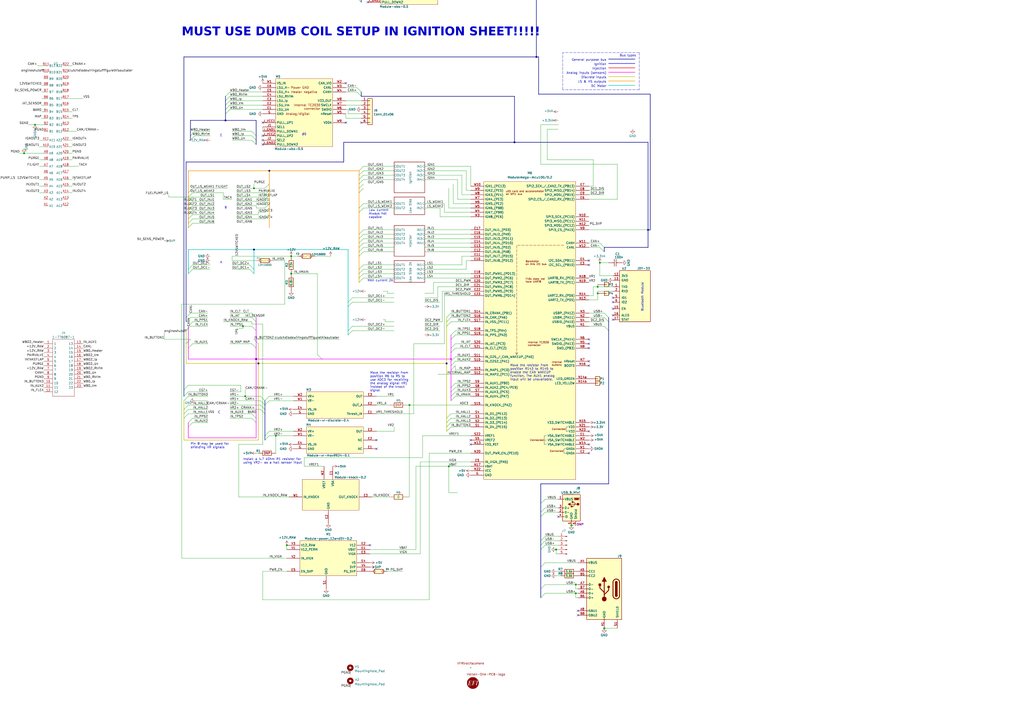
<source format=kicad_sch>
(kicad_sch (version 20230121) (generator eeschema)
  (paper "A2")
  (junction (at 147.32 144.78))
  (junction (at 142.24 229.87))
  (junction (at 140.97 189.23))
  (junction (at 166.37 316.23))
  (junction (at 261.62 208.28) (color 255 0 255 1))
  (junction (at 311.15 33.02))
  (junction (at 147.32 109.22))
  (junction (at 168.91 158.75))
  (junction (at 260.35 270.51))
  (junction (at 350.52 364.49) (diameter 1.016))
  (junction (at 331.47 304.8) (diameter 1.016))
  (junction (at 259.08 210.82))
  (junction (at 375.92 133.35))
  (junction (at 347.98 152.4))
  (junction (at 346.71 170.18))
  (junction (at 191.77 -12.7))
  (junction (at 322.58 318.77) (diameter 1.016))
  (junction (at 334.01 344.17))
  (junction (at 20.32 72.39))
  (junction (at 346.71 166.37))
  (junction (at 156.21 99.06))
  (junction (at 149.86 210.82))
  (junction (at 160.02 252.73))
  (junction (at 148.59 208.28))
  (junction (at 168.91 148.59))
  (junction (at 13.97 88.9))
  (junction (at 270.51 -27.94))
  (junction (at 334.01 339.09))
  (junction (at 237.49 234.95))
  (junction (at 130.81 69.85))
  (junction (at 298.45 82.55))
  (no_connect (at 200.66 71.12))
  (no_connect (at 341.63 199.39))
  (no_connect (at 261.62 -34.29))
  (no_connect (at 152.4 71.12))
  (no_connect (at 341.63 250.19))
  (no_connect (at 355.6 182.88))
  (no_connect (at 273.05 257.81))
  (no_connect (at 335.28 356.87))
  (no_connect (at 218.44 260.35))
  (no_connect (at 200.66 48.26))
  (no_connect (at 341.63 196.85))
  (no_connect (at 341.63 201.93))
  (no_connect (at 341.63 209.55))
  (no_connect (at 152.4 81.28))
  (no_connect (at 218.44 255.27))
  (no_connect (at 213.36 -11.43))
  (no_connect (at 209.55 71.12))
  (no_connect (at 214.63 316.23))
  (no_connect (at 270.51 -11.43))
  (no_connect (at 261.62 -11.43))
  (no_connect (at 323.85 299.72))
  (no_connect (at 213.36 -3.81))
  (no_connect (at 355.6 172.72))
  (no_connect (at 341.63 153.67))
  (no_connect (at 341.63 212.09))
  (no_connect (at 152.4 78.74))
  (no_connect (at 355.6 179.07))
  (no_connect (at 341.63 257.81))
  (no_connect (at 355.6 185.42))
  (no_connect (at 152.4 83.82))
  (no_connect (at 213.36 1.27))
  (no_connect (at 341.63 151.13))
  (no_connect (at 355.6 175.26))
  (no_connect (at 213.36 -1.27))
  (no_connect (at 335.28 354.33))
  (no_connect (at 341.63 262.89))
  (no_connect (at 273.05 255.27))
  (bus_entry (at 264.16 227.33) (size -2.54 2.54))
  (bus_entry (at 133.35 60.96) (size -2.54 2.54))
  (bus_entry (at 207.01 -6.35) (size 2.54 2.54))
  (bus_entry (at 261.62 240.03) (size -2.54 2.54))
  (bus_entry (at 350.52 184.15) (size 2.54 2.54) (stroke (width 0.1524)))
  (bus_entry (at 210.82 96.52) (size -2.54 2.54))
  (bus_entry (at 210.82 143.51) (size -2.54 2.54))
  (bus_entry (at 156.21 118.11) (size -2.54 2.54))
  (bus_entry (at 109.22 229.87) (size -2.54 2.54))
  (bus_entry (at 111.76 199.39) (size -2.54 2.54))
  (bus_entry (at 261.62 245.11) (size -2.54 2.54))
  (bus_entry (at 110.49 196.85) (size -2.54 2.54))
  (bus_entry (at 261.62 247.65) (size -2.54 2.54))
  (bus_entry (at 210.82 118.11) (size -2.54 2.54))
  (bus_entry (at 316.23 339.09) (size -2.54 2.54) (stroke (width 0.1524)))
  (bus_entry (at 210.82 153.67) (size -2.54 2.54))
  (bus_entry (at 156.21 124.46) (size -2.54 2.54))
  (bus_entry (at 156.21 106.68) (size -2.54 2.54))
  (bus_entry (at 264.16 224.79) (size -2.54 2.54))
  (bus_entry (at 347.98 140.97) (size 2.54 2.54))
  (bus_entry (at 144.78 153.67) (size 2.54 2.54))
  (bus_entry (at 113.03 76.2) (size -2.54 2.54))
  (bus_entry (at 194.31 -21.59) (size -2.54 2.54))
  (bus_entry (at 111.76 127) (size -2.54 2.54))
  (bus_entry (at 111.76 116.84) (size -2.54 2.54))
  (bus_entry (at 146.05 189.23) (size 2.54 2.54))
  (bus_entry (at 264.16 222.25) (size -2.54 2.54))
  (bus_entry (at 151.13 237.49) (size 2.54 2.54))
  (bus_entry (at 316.23 344.17) (size -2.54 2.54) (stroke (width 0.1524)))
  (bus_entry (at 110.49 184.15) (size -2.54 2.54))
  (bus_entry (at 146.05 76.2) (size 2.54 2.54))
  (bus_entry (at 146.05 199.39) (size 2.54 2.54))
  (bus_entry (at 264.16 201.93) (size -2.54 2.54))
  (bus_entry (at 146.05 181.61) (size 2.54 2.54))
  (bus_entry (at 111.76 111.76) (size -2.54 2.54))
  (bus_entry (at 146.05 81.28) (size 2.54 2.54))
  (bus_entry (at 210.82 146.05) (size -2.54 2.54))
  (bus_entry (at 109.22 234.95) (size -2.54 2.54))
  (bus_entry (at 109.22 227.33) (size -2.54 2.54))
  (bus_entry (at 207.01 53.34) (size 2.54 2.54))
  (bus_entry (at 156.21 110.49) (size -2.54 2.54))
  (bus_entry (at 111.76 109.22) (size -2.54 2.54))
  (bus_entry (at 210.82 156.21) (size -2.54 2.54))
  (bus_entry (at 316.23 311.15) (size -2.54 2.54))
  (bus_entry (at 267.97 -31.75) (size 2.54 2.54))
  (bus_entry (at 110.49 189.23) (size -2.54 2.54))
  (bus_entry (at 194.31 -24.13) (size -2.54 2.54))
  (bus_entry (at 204.47 175.26) (size -2.54 2.54))
  (bus_entry (at 316.23 297.18) (size -2.54 2.54))
  (bus_entry (at 111.76 153.67) (size -2.54 2.54))
  (bus_entry (at 261.62 181.61) (size -2.54 2.54))
  (bus_entry (at 207.01 50.8) (size 2.54 2.54))
  (bus_entry (at 316.23 316.23) (size -2.54 2.54))
  (bus_entry (at 184.15 205.74) (size 2.54 2.54))
  (bus_entry (at 210.82 99.06) (size -2.54 2.54))
  (bus_entry (at 111.76 129.54) (size -2.54 2.54))
  (bus_entry (at 156.21 113.03) (size -2.54 2.54))
  (bus_entry (at 267.97 -29.21) (size 2.54 2.54))
  (bus_entry (at 111.76 124.46) (size -2.54 2.54))
  (bus_entry (at 264.16 207.01) (size -2.54 2.54))
  (bus_entry (at 350.52 181.61) (size 2.54 2.54) (stroke (width 0.1524)))
  (bus_entry (at 194.31 -29.21) (size -2.54 2.54))
  (bus_entry (at 194.31 -26.67) (size -2.54 2.54))
  (bus_entry (at 204.47 172.72) (size -2.54 2.54))
  (bus_entry (at 204.47 191.77) (size -2.54 2.54))
  (bus_entry (at 156.21 252.73) (size -2.54 2.54))
  (bus_entry (at 133.35 63.5) (size -2.54 2.54))
  (bus_entry (at 264.16 212.09) (size -2.54 2.54))
  (bus_entry (at 111.76 121.92) (size -2.54 2.54))
  (bus_entry (at 146.05 240.03) (size 2.54 2.54))
  (bus_entry (at 147.32 196.85) (size 2.54 2.54))
  (bus_entry (at 261.62 184.15) (size -2.54 2.54))
  (bus_entry (at 111.76 186.69) (size -2.54 2.54))
  (bus_entry (at 350.52 189.23) (size 2.54 2.54) (stroke (width 0.1524)))
  (bus_entry (at 146.05 242.57) (size 2.54 2.54))
  (bus_entry (at 156.21 250.19) (size -2.54 2.54))
  (bus_entry (at 261.62 186.69) (size -2.54 2.54))
  (bus_entry (at 264.16 194.31) (size -2.54 2.54))
  (bus_entry (at 210.82 104.14) (size -2.54 2.54))
  (bus_entry (at 316.23 289.56) (size -2.54 2.54))
  (bus_entry (at 210.82 158.75) (size -2.54 2.54))
  (bus_entry (at 151.13 232.41) (size 2.54 2.54))
  (bus_entry (at 111.76 242.57) (size -2.54 2.54))
  (bus_entry (at 210.82 140.97) (size -2.54 2.54))
  (bus_entry (at 144.78 156.21) (size 2.54 2.54))
  (bus_entry (at 210.82 138.43) (size -2.54 2.54))
  (bus_entry (at 210.82 109.22) (size -2.54 2.54))
  (bus_entry (at 264.16 229.87) (size -2.54 2.54))
  (bus_entry (at 173.99 -6.35) (size -2.54 2.54))
  (bus_entry (at 210.82 101.6) (size -2.54 2.54))
  (bus_entry (at 264.16 209.55) (size -2.54 2.54))
  (bus_entry (at 133.35 58.42) (size -2.54 2.54))
  (bus_entry (at 264.16 191.77) (size -2.54 2.54))
  (bus_entry (at 156.21 120.65) (size -2.54 2.54))
  (bus_entry (at 156.21 232.41) (size -2.54 2.54))
  (bus_entry (at 210.82 135.89) (size -2.54 2.54))
  (bus_entry (at 151.13 229.87) (size 2.54 2.54))
  (bus_entry (at 111.76 119.38) (size -2.54 2.54))
  (bus_entry (at 207.01 -3.81) (size 2.54 2.54))
  (bus_entry (at 316.23 326.39) (size -2.54 2.54) (stroke (width 0.1524)))
  (bus_entry (at 113.03 78.74) (size -2.54 2.54))
  (bus_entry (at 207.01 -1.27) (size 2.54 2.54))
  (bus_entry (at 210.82 106.68) (size -2.54 2.54))
  (bus_entry (at 173.99 -3.81) (size -2.54 2.54))
  (bus_entry (at 347.98 143.51) (size 2.54 2.54))
  (bus_entry (at 264.16 199.39) (size -2.54 2.54))
  (bus_entry (at 111.76 156.21) (size -2.54 2.54))
  (bus_entry (at 146.05 78.74) (size 2.54 2.54))
  (bus_entry (at 111.76 245.11) (size -2.54 2.54))
  (bus_entry (at 133.35 53.34) (size -2.54 2.54))
  (bus_entry (at 156.21 115.57) (size -2.54 2.54))
  (bus_entry (at 261.62 242.57) (size -2.54 2.54))
  (bus_entry (at 109.22 223.52) (size -2.54 2.54))
  (bus_entry (at 204.47 189.23) (size -2.54 2.54))
  (bus_entry (at 146.05 184.15) (size 2.54 2.54))
  (bus_entry (at 109.22 240.03) (size -2.54 2.54))
  (bus_entry (at 151.13 234.95) (size 2.54 2.54))
  (bus_entry (at 156.21 229.87) (size -2.54 2.54))
  (bus_entry (at 111.76 114.3) (size -2.54 2.54))
  (bus_entry (at 194.31 -19.05) (size -2.54 2.54))
  (bus_entry (at 109.22 237.49) (size -2.54 2.54))
  (bus_entry (at 133.35 55.88) (size -2.54 2.54))
  (bus_entry (at 210.82 120.65) (size -2.54 2.54))
  (bus_entry (at 210.82 133.35) (size -2.54 2.54))
  (bus_entry (at 110.49 181.61) (size -2.54 2.54))
  (bus_entry (at 316.23 313.69) (size -2.54 2.54))
  (bus_entry (at 316.23 294.64) (size -2.54 2.54))
  (bus_entry (at 210.82 161.29) (size -2.54 2.54))
  (wire (pts (xy 316.23 326.39) (xy 335.28 326.39)))
  (wire (pts (xy 120.65 186.69) (xy 111.76 186.69)))
  (wire (pts (xy 256.54 168.91) (xy 273.05 168.91)))
  (wire (pts (xy 223.52 186.69) (xy 228.6 186.69)))
  (bus (pts (xy 368.3 46.99) (xy 353.06 46.99)) (stroke (width 0.3048) (color 255 153 0 1)))
  (wire (pts (xy 134.62 76.2) (xy 146.05 76.2)))
  (wire (pts (xy 44.45 76.2) (xy 39.37 76.2)))
  (wire (pts (xy 129.54 186.69) (xy 146.05 186.69)))
  (wire (pts (xy 182.88 148.59) (xy 191.77 148.59)))
  (wire (pts (xy 261.62 -19.05) (xy 262.89 -19.05)))
  (bus (pts (xy 313.69 280.67) (xy 313.69 292.1)))
  (wire (pts (xy 200.66 66.04) (xy 200.66 68.58)))
  (wire (pts (xy 195.58 -3.81) (xy 207.01 -3.81)))
  (bus (pts (xy 313.69 316.23) (xy 313.69 318.77)))
  (bus (pts (xy 109.22 156.21) (xy 109.22 144.78)) (stroke (width 0) (color 0 194 194 1)))
  (wire (pts (xy 322.58 318.77) (xy 323.85 318.77)))
  (wire (pts (xy 214.63 318.77) (xy 241.3 318.77)))
  (wire (pts (xy 322.58 331.47) (xy 325.12 331.47)))
  (bus (pts (xy 313.69 280.67) (xy 353.06 280.67)))
  (wire (pts (xy 267.97 113.03) (xy 273.05 113.03)))
  (bus (pts (xy 259.08 242.57) (xy 259.08 245.11)) (stroke (width 0) (color 194 194 0 1)))
  (bus (pts (xy 313.69 328.93) (xy 313.69 341.63)))
  (wire (pts (xy 255.27 120.65) (xy 246.38 120.65)))
  (wire (pts (xy 129.54 115.57) (xy 134.62 115.57)))
  (wire (pts (xy 137.16 111.76) (xy 153.67 111.76)))
  (wire (pts (xy 246.38 158.75) (xy 273.05 158.75)))
  (bus (pts (xy 368.3 44.45) (xy 353.06 44.45)) (stroke (width 0.3048) (color 194 194 0 1)))
  (wire (pts (xy 120.65 229.87) (xy 109.22 229.87)))
  (bus (pts (xy 208.28 135.89) (xy 208.28 138.43)) (stroke (width 0) (color 255 153 0 1)))
  (wire (pts (xy 24.13 64.77) (xy 25.4 64.77)))
  (wire (pts (xy 105.41 176.53) (xy 165.1 176.53)))
  (bus (pts (xy 375.92 133.35) (xy 375.92 82.55)))
  (wire (pts (xy 153.67 120.65) (xy 148.59 120.65)))
  (wire (pts (xy 256.54 186.69) (xy 256.54 168.91)))
  (bus (pts (xy 350.52 143.51) (xy 375.92 143.51)))
  (wire (pts (xy 344.17 107.95) (xy 344.17 92.71)))
  (wire (pts (xy 273.05 125.73) (xy 255.27 125.73)))
  (wire (pts (xy 111.76 114.3) (xy 124.46 114.3)))
  (wire (pts (xy 261.62 247.65) (xy 273.05 247.65)))
  (bus (pts (xy 208.28 104.14) (xy 208.28 106.68)) (stroke (width 0) (color 255 153 0 1)))
  (wire (pts (xy 267.97 101.6) (xy 267.97 113.03)))
  (bus (pts (xy 156.21 113.03) (xy 156.21 115.57)) (stroke (width 0) (color 255 153 0 1)))
  (wire (pts (xy 152.4 347.98) (xy 248.92 347.98)))
  (wire (pts (xy 246.38 96.52) (xy 273.05 96.52)))
  (wire (pts (xy 264.16 214.63) (xy 264.16 212.09)))
  (wire (pts (xy 48.26 57.15) (xy 39.37 57.15)))
  (wire (pts (xy 341.63 173.99) (xy 346.71 173.99)))
  (bus (pts (xy 208.28 143.51) (xy 208.28 146.05)) (stroke (width 0) (color 255 153 0 1)))
  (polyline (pts (xy 370.84 30.48) (xy 326.39 30.48)) (stroke (width 0) (type dash)))
  (bus (pts (xy 153.67 234.95) (xy 153.67 237.49)))
  (wire (pts (xy 334.01 344.17) (xy 316.23 344.17)))
  (wire (pts (xy 210.82 120.65) (xy 228.6 120.65)))
  (wire (pts (xy 120.65 245.11) (xy 111.76 245.11)))
  (wire (pts (xy 260.35 285.75) (xy 265.43 285.75)))
  (bus (pts (xy 377.19 54.61) (xy 377.19 133.35)))
  (wire (pts (xy 200.66 58.42) (xy 209.55 58.42)))
  (bus (pts (xy 109.22 189.23) (xy 109.22 201.93)) (stroke (width 0) (color 255 0 255 1)))
  (bus (pts (xy 156.21 118.11) (xy 156.21 120.65)) (stroke (width 0) (color 255 153 0 1)))
  (bus (pts (xy 130.81 66.04) (xy 130.81 69.85)))
  (wire (pts (xy 218.44 240.03) (xy 240.03 240.03)))
  (wire (pts (xy 223.52 185.42) (xy 223.52 186.69)))
  (wire (pts (xy 264.16 207.01) (xy 273.05 207.01)))
  (wire (pts (xy 24.13 68.58) (xy 25.4 68.58)))
  (wire (pts (xy 210.82 99.06) (xy 228.6 99.06)))
  (bus (pts (xy 208.28 106.68) (xy 208.28 109.22)) (stroke (width 0) (color 255 153 0 1)))
  (bus (pts (xy 191.77 -21.59) (xy 191.77 -19.05)))
  (wire (pts (xy 160.02 252.73) (xy 170.18 252.73)))
  (wire (pts (xy 195.58 -1.27) (xy 207.01 -1.27)))
  (wire (pts (xy 152.4 187.96) (xy 152.4 257.81)))
  (wire (pts (xy 346.71 168.91) (xy 346.71 170.18)))
  (wire (pts (xy 346.71 168.91) (xy 355.6 168.91)))
  (polyline (pts (xy 370.84 52.07) (xy 326.39 52.07)) (stroke (width 0) (type dash)))
  (wire (pts (xy 246.38 140.97) (xy 273.05 140.97)))
  (bus (pts (xy 199.39 82.55) (xy 199.39 93.98)))
  (wire (pts (xy 140.97 190.5) (xy 140.97 189.23)))
  (wire (pts (xy 120.65 181.61) (xy 110.49 181.61)))
  (wire (pts (xy 346.71 166.37) (xy 355.6 166.37)))
  (bus (pts (xy 259.08 189.23) (xy 259.08 210.82)) (stroke (width 0) (color 194 194 0 1)))
  (wire (pts (xy 138.43 190.5) (xy 140.97 190.5)))
  (bus (pts (xy 109.22 144.78) (xy 147.32 144.78)) (stroke (width 0) (color 0 194 194 1)))
  (wire (pts (xy 109.22 114.3) (xy 111.76 114.3)))
  (wire (pts (xy 210.82 135.89) (xy 228.6 135.89)))
  (wire (pts (xy 24.13 60.96) (xy 25.4 60.96)))
  (wire (pts (xy 251.46 170.18) (xy 251.46 163.83)))
  (bus (pts (xy 156.21 124.46) (xy 156.21 132.08)) (stroke (width 0) (color 255 153 0 1)))
  (wire (pts (xy 251.46 163.83) (xy 273.05 163.83)))
  (wire (pts (xy 182.88 -6.35) (xy 173.99 -6.35)))
  (bus (pts (xy 208.28 99.06) (xy 156.21 99.06)) (stroke (width 0) (color 255 153 0 1)))
  (bus (pts (xy 148.59 242.57) (xy 148.59 245.11)) (stroke (width 0) (color 255 0 255 1)))
  (wire (pts (xy 160.02 252.73) (xy 160.02 262.89)))
  (wire (pts (xy 204.47 191.77) (xy 228.6 191.77)))
  (wire (pts (xy 270.51 156.21) (xy 270.51 151.13)))
  (wire (pts (xy 20.32 72.39) (xy 25.4 72.39)))
  (bus (pts (xy 209.55 -1.27) (xy 209.55 1.27)))
  (wire (pts (xy 246.38 143.51) (xy 273.05 143.51)))
  (wire (pts (xy 149.86 123.19) (xy 153.67 123.19)))
  (wire (pts (xy 341.63 189.23) (xy 350.52 189.23)))
  (wire (pts (xy 240.03 199.39) (xy 257.81 199.39)))
  (wire (pts (xy 347.98 140.97) (xy 341.63 140.97)))
  (wire (pts (xy 22.86 85.09) (xy 25.4 85.09)))
  (bus (pts (xy 313.69 292.1) (xy 313.69 297.18)))
  (wire (pts (xy 226.06 288.29) (xy 215.9 288.29)))
  (wire (pts (xy 246.38 170.18) (xy 251.46 170.18)))
  (wire (pts (xy 241.3 270.51) (xy 260.35 270.51)))
  (wire (pts (xy 260.35 270.51) (xy 273.05 270.51)))
  (wire (pts (xy 264.16 227.33) (xy 273.05 227.33)))
  (wire (pts (xy 323.85 311.15) (xy 316.23 311.15)))
  (bus (pts (xy 109.22 111.76) (xy 109.22 114.3)) (stroke (width 0) (color 255 153 0 1)))
  (wire (pts (xy 344.17 92.71) (xy 317.5 92.71)))
  (bus (pts (xy 191.77 -26.67) (xy 191.77 -24.13)))
  (bus (pts (xy 109.22 201.93) (xy 109.22 208.28)) (stroke (width 0) (color 255 0 255 1)))
  (wire (pts (xy 240.03 240.03) (xy 240.03 199.39)))
  (wire (pts (xy 147.32 106.68) (xy 147.32 109.22)))
  (wire (pts (xy 265.43 104.14) (xy 265.43 115.57)))
  (wire (pts (xy 218.44 234.95) (xy 226.06 234.95)))
  (bus (pts (xy 298.45 55.88) (xy 298.45 82.55)))
  (wire (pts (xy 246.38 153.67) (xy 267.97 153.67)))
  (bus (pts (xy 109.22 124.46) (xy 109.22 127)) (stroke (width 0) (color 255 153 0 1)))
  (bus (pts (xy 148.59 186.69) (xy 148.59 191.77)) (stroke (width 0) (color 255 0 255 1)))
  (wire (pts (xy 262.89 -16.51) (xy 270.51 -16.51)))
  (wire (pts (xy 134.62 151.13) (xy 148.59 151.13)))
  (bus (pts (xy 106.68 33.02) (xy 311.15 33.02)))
  (wire (pts (xy 16.51 72.39) (xy 20.32 72.39)))
  (bus (pts (xy 311.15 -27.94) (xy 311.15 33.02)))
  (wire (pts (xy 195.58 -6.35) (xy 207.01 -6.35)))
  (wire (pts (xy 133.35 237.49) (xy 151.13 237.49)))
  (wire (pts (xy 262.89 118.11) (xy 273.05 118.11)))
  (wire (pts (xy 140.97 189.23) (xy 146.05 189.23)))
  (wire (pts (xy 133.35 229.87) (xy 142.24 229.87)))
  (wire (pts (xy 358.14 95.25) (xy 313.69 95.25)))
  (wire (pts (xy 246.38 189.23) (xy 255.27 189.23)))
  (wire (pts (xy 129.54 111.76) (xy 129.54 115.57)))
  (bus (pts (xy 208.28 120.65) (xy 208.28 123.19)) (stroke (width 0) (color 255 153 0 1)))
  (wire (pts (xy 21.59 38.1) (xy 25.4 38.1)))
  (wire (pts (xy 254 166.37) (xy 273.05 166.37)))
  (bus (pts (xy 208.28 146.05) (xy 208.28 148.59)) (stroke (width 0) (color 255 153 0 1)))
  (wire (pts (xy 261.62 181.61) (xy 273.05 181.61)))
  (wire (pts (xy 110.49 189.23) (xy 120.65 189.23)))
  (wire (pts (xy 261.62 -21.59) (xy 270.51 -21.59)))
  (wire (pts (xy 133.35 55.88) (xy 152.4 55.88)))
  (wire (pts (xy 254 217.17) (xy 273.05 217.17)))
  (wire (pts (xy 346.71 165.1) (xy 346.71 166.37)))
  (bus (pts (xy 148.59 69.85) (xy 130.81 69.85)))
  (wire (pts (xy 200.66 63.5) (xy 201.93 63.5)))
  (bus (pts (xy 209.55 -12.7) (xy 209.55 -3.81)))
  (wire (pts (xy 344.17 171.45) (xy 341.63 171.45)))
  (wire (pts (xy 237.49 234.95) (xy 273.05 234.95)))
  (wire (pts (xy 133.35 181.61) (xy 146.05 181.61)))
  (bus (pts (xy 156.21 106.68) (xy 156.21 110.49)) (stroke (width 0) (color 255 153 0 1)))
  (bus (pts (xy 130.81 58.42) (xy 130.81 60.96)))
  (wire (pts (xy 120.65 199.39) (xy 111.76 199.39)))
  (wire (pts (xy 194.31 -19.05) (xy 213.36 -19.05)))
  (wire (pts (xy 341.63 115.57) (xy 358.14 115.57)))
  (bus (pts (xy 186.69 208.28) (xy 261.62 208.28)) (stroke (width 0) (color 255 0 255 1)))
  (wire (pts (xy 323.85 316.23) (xy 316.23 316.23)))
  (bus (pts (xy 208.28 123.19) (xy 208.28 135.89)) (stroke (width 0) (color 255 153 0 1)))
  (wire (pts (xy 267.97 153.67) (xy 267.97 148.59)))
  (wire (pts (xy 341.63 110.49) (xy 350.52 110.49)))
  (wire (pts (xy 257.81 118.11) (xy 257.81 123.19)))
  (bus (pts (xy 191.77 -12.7) (xy 171.45 -12.7)))
  (bus (pts (xy 375.92 133.35) (xy 377.19 133.35)))
  (wire (pts (xy 260.35 109.22) (xy 260.35 120.65)))
  (wire (pts (xy 137.16 114.3) (xy 153.67 114.3)))
  (bus (pts (xy 191.77 -24.13) (xy 191.77 -21.59)))
  (wire (pts (xy 246.38 138.43) (xy 273.05 138.43)))
  (wire (pts (xy 224.79 331.47) (xy 233.68 331.47)))
  (bus (pts (xy 171.45 -3.81) (xy 171.45 -1.27)))
  (wire (pts (xy 153.67 111.76) (xy 153.67 113.03)))
  (wire (pts (xy 246.38 172.72) (xy 254 172.72)))
  (wire (pts (xy 39.37 81.28) (xy 41.91 81.28)))
  (wire (pts (xy 168.91 158.75) (xy 184.15 158.75)))
  (wire (pts (xy 210.82 143.51) (xy 228.6 143.51)))
  (wire (pts (xy 210.82 101.6) (xy 228.6 101.6)))
  (wire (pts (xy 267.97 -31.75) (xy 261.62 -31.75)))
  (bus (pts (xy 353.06 184.15) (xy 353.06 186.69)))
  (bus (pts (xy 199.39 93.98) (xy 107.95 93.98)))
  (bus (pts (xy 191.77 -19.05) (xy 191.77 -16.51)))
  (bus (pts (xy 261.62 224.79) (xy 261.62 227.33)) (stroke (width 0) (color 255 0 255 1)))
  (wire (pts (xy 120.65 242.57) (xy 111.76 242.57)))
  (wire (pts (xy 133.35 184.15) (xy 146.05 184.15)))
  (wire (pts (xy 246.38 146.05) (xy 273.05 146.05)))
  (wire (pts (xy 133.35 58.42) (xy 152.4 58.42)))
  (wire (pts (xy 137.16 119.38) (xy 148.59 119.38)))
  (wire (pts (xy 257.81 123.19) (xy 273.05 123.19)))
  (wire (pts (xy 262.89 -19.05) (xy 262.89 -16.51)))
  (bus (pts (xy 209.55 55.88) (xy 298.45 55.88)))
  (bus (pts (xy 109.22 114.3) (xy 109.22 116.84)) (stroke (width 0) (color 255 153 0 1)))
  (bus (pts (xy 148.59 81.28) (xy 148.59 83.82)))
  (wire (pts (xy 153.67 114.3) (xy 153.67 115.57)))
  (wire (pts (xy 111.76 109.22) (xy 132.08 109.22)))
  (wire (pts (xy 267.97 -29.21) (xy 261.62 -29.21)))
  (bus (pts (xy 259.08 247.65) (xy 259.08 250.19)) (stroke (width 0) (color 194 194 0 1)))
  (wire (pts (xy 95.25 193.04) (xy 95.25 196.85)))
  (wire (pts (xy 142.24 226.06) (xy 142.24 229.87)))
  (wire (pts (xy 207.01 53.34) (xy 200.66 53.34)))
  (wire (pts (xy 194.31 -26.67) (xy 213.36 -26.67)))
  (bus (pts (xy 298.45 82.55) (xy 199.39 82.55)))
  (wire (pts (xy 134.62 156.21) (xy 144.78 156.21)))
  (wire (pts (xy 22.86 107.95) (xy 25.4 107.95)))
  (bus (pts (xy 208.28 148.59) (xy 208.28 156.21)) (stroke (width 0) (color 255 153 0 1)))
  (wire (pts (xy 142.24 229.87) (xy 151.13 229.87)))
  (wire (pts (xy 218.44 229.87) (xy 228.6 229.87)))
  (wire (pts (xy 341.63 113.03) (xy 350.52 113.03)))
  (bus (pts (xy 110.49 69.85) (xy 110.49 78.74)))
  (wire (pts (xy 41.91 38.1) (xy 39.37 38.1)))
  (wire (pts (xy 248.92 262.89) (xy 273.05 262.89)))
  (wire (pts (xy 243.84 321.31) (xy 243.84 267.97)))
  (wire (pts (xy 210.82 104.14) (xy 228.6 104.14)))
  (wire (pts (xy 147.32 109.22) (xy 153.67 109.22)))
  (bus (pts (xy 312.42 54.61) (xy 377.19 54.61)))
  (wire (pts (xy 224.79 168.91) (xy 224.79 170.18)))
  (wire (pts (xy 138.43 288.29) (xy 138.43 257.81)))
  (wire (pts (xy 22.86 92.71) (xy 25.4 92.71)))
  (bus (pts (xy 261.62 209.55) (xy 261.62 212.09)) (stroke (width 0) (color 255 0 255 1)))
  (wire (pts (xy 137.16 116.84) (xy 153.67 116.84)))
  (wire (pts (xy 346.71 170.18) (xy 346.71 173.99)))
  (wire (pts (xy 152.4 347.98) (xy 152.4 331.47)))
  (wire (pts (xy 347.98 143.51) (xy 341.63 143.51)))
  (bus (pts (xy 109.22 121.92) (xy 109.22 124.46)) (stroke (width 0) (color 255 153 0 1)))
  (wire (pts (xy 260.35 270.51) (xy 260.35 285.75)))
  (wire (pts (xy 210.82 133.35) (xy 228.6 133.35)))
  (wire (pts (xy 335.28 341.63) (xy 334.01 341.63)))
  (wire (pts (xy 39.37 104.14) (xy 41.91 104.14)))
  (wire (pts (xy 246.38 101.6) (xy 267.97 101.6)))
  (wire (pts (xy 153.67 116.84) (xy 153.67 118.11)))
  (wire (pts (xy 317.5 74.93) (xy 323.85 74.93)))
  (wire (pts (xy 137.16 124.46) (xy 149.86 124.46)))
  (polyline (pts (xy 370.84 30.48) (xy 370.84 52.07)) (stroke (width 0) (type dash)))
  (wire (pts (xy 133.35 60.96) (xy 152.4 60.96)))
  (bus (pts (xy 201.93 191.77) (xy 201.93 194.31)) (stroke (width 0) (color 0 194 194 1)))
  (bus (pts (xy 149.86 199.39) (xy 149.86 210.82)) (stroke (width 0) (color 194 194 0 1)))
  (bus (pts (xy 208.28 101.6) (xy 208.28 104.14)) (stroke (width 0) (color 255 153 0 1)))
  (wire (pts (xy 341.63 107.95) (xy 344.17 107.95)))
  (wire (pts (xy 236.22 288.29) (xy 237.49 288.29)))
  (wire (pts (xy 24.13 49.53) (xy 25.4 49.53)))
  (bus (pts (xy 156.21 115.57) (xy 156.21 118.11)) (stroke (width 0) (color 255 153 0 1)))
  (wire (pts (xy 156.21 232.41) (xy 170.18 232.41)))
  (bus (pts (xy 148.59 184.15) (xy 148.59 186.69)) (stroke (width 0) (color 255 0 255 1)))
  (bus (pts (xy 109.22 99.06) (xy 109.22 111.76)) (stroke (width 0) (color 255 153 0 1)))
  (wire (pts (xy 200.66 60.96) (xy 209.55 60.96)))
  (bus (pts (xy 313.69 297.18) (xy 313.69 299.72)))
  (wire (pts (xy 261.62 240.03) (xy 273.05 240.03)))
  (wire (pts (xy 246.38 156.21) (xy 270.51 156.21)))
  (bus (pts (xy 368.3 34.29) (xy 353.06 34.29)))
  (wire (pts (xy 196.85 196.85) (xy 147.32 196.85)))
  (bus (pts (xy 208.28 156.21) (xy 208.28 158.75)) (stroke (width 0) (color 255 153 0 1)))
  (bus (pts (xy 201.93 175.26) (xy 201.93 177.8)) (stroke (width 0) (color 0 194 194 1)))
  (bus (pts (xy 149.86 255.27) (xy 106.68 255.27)) (stroke (width 0) (color 194 194 0 1)))
  (wire (pts (xy 245.11 265.43) (xy 176.53 265.43)))
  (wire (pts (xy 137.16 127) (xy 153.67 127)))
  (wire (pts (xy 138.43 288.29) (xy 167.64 288.29)))
  (wire (pts (xy 210.82 138.43) (xy 228.6 138.43)))
  (bus (pts (xy 153.67 255.27) (xy 153.67 252.73)))
  (wire (pts (xy 111.76 111.76) (xy 129.54 111.76)))
  (wire (pts (xy 261.62 242.57) (xy 273.05 242.57)))
  (wire (pts (xy 257.81 171.45) (xy 273.05 171.45)))
  (bus (pts (xy 261.62 229.87) (xy 261.62 232.41)) (stroke (width 0) (color 255 0 255 1)))
  (wire (pts (xy 323.85 313.69) (xy 316.23 313.69)))
  (bus (pts (xy 109.22 127) (xy 109.22 129.54)) (stroke (width 0) (color 255 153 0 1)))
  (wire (pts (xy 39.37 92.71) (xy 41.91 92.71)))
  (wire (pts (xy 156.21 252.73) (xy 160.02 252.73)))
  (wire (pts (xy 322.58 334.01) (xy 325.12 334.01)))
  (bus (pts (xy 130.81 55.88) (xy 130.81 58.42)))
  (wire (pts (xy 265.43 115.57) (xy 273.05 115.57)))
  (wire (pts (xy 246.38 99.06) (xy 270.51 99.06)))
  (wire (pts (xy 260.35 120.65) (xy 273.05 120.65)))
  (wire (pts (xy 176.53 270.51) (xy 187.96 270.51)))
  (wire (pts (xy 41.91 64.77) (xy 39.37 64.77)))
  (wire (pts (xy 124.46 116.84) (xy 111.76 116.84)))
  (bus (pts (xy 208.28 161.29) (xy 208.28 163.83)) (stroke (width 0) (color 255 153 0 1)))
  (wire (pts (xy 134.62 148.59) (xy 134.62 151.13)))
  (bus (pts (xy 147.32 144.78) (xy 201.93 144.78)) (stroke (width 0) (color 0 194 194 1)))
  (wire (pts (xy 204.47 189.23) (xy 228.6 189.23)))
  (wire (pts (xy 22.86 104.14) (xy 25.4 104.14)))
  (wire (pts (xy 214.63 321.31) (xy 243.84 321.31)))
  (bus (pts (xy 153.67 232.41) (xy 153.67 234.95)))
  (wire (pts (xy 210.82 146.05) (xy 228.6 146.05)))
  (wire (pts (xy 347.98 152.4) (xy 347.98 160.02)))
  (wire (pts (xy 105.41 323.85) (xy 105.41 176.53)))
  (wire (pts (xy 241.3 318.77) (xy 241.3 270.51)))
  (wire (pts (xy 322.58 321.31) (xy 322.58 318.77)))
  (wire (pts (xy 133.35 199.39) (xy 146.05 199.39)))
  (wire (pts (xy 264.16 229.87) (xy 273.05 229.87)))
  (wire (pts (xy 134.62 78.74) (xy 146.05 78.74)))
  (wire (pts (xy 24.13 57.15) (xy 25.4 57.15)))
  (wire (pts (xy 133.35 63.5) (xy 152.4 63.5)))
  (bus (pts (xy 261.62 204.47) (xy 261.62 208.28)) (stroke (width 0) (color 255 0 255 1)))
  (wire (pts (xy 228.6 247.65) (xy 228.6 250.19)))
  (wire (pts (xy 237.49 234.95) (xy 237.49 288.29)))
  (bus (pts (xy 259.08 186.69) (xy 259.08 189.23)) (stroke (width 0) (color 194 194 0 1)))
  (wire (pts (xy 133.35 53.34) (xy 152.4 53.34)))
  (wire (pts (xy 222.25 168.91) (xy 224.79 168.91)))
  (wire (pts (xy 334.01 339.09) (xy 316.23 339.09)))
  (wire (pts (xy 166.37 316.23) (xy 166.37 318.77)))
  (wire (pts (xy 39.37 88.9) (xy 41.91 88.9)))
  (bus (pts (xy 368.3 49.53) (xy 353.06 49.53)) (stroke (width 0.3048) (color 0 194 194 1)))
  (wire (pts (xy 313.69 95.25) (xy 313.69 72.39)))
  (bus (pts (xy 208.28 99.06) (xy 208.28 101.6)) (stroke (width 0) (color 255 153 0 1)))
  (bus (pts (xy 148.59 69.85) (xy 148.59 78.74)))
  (bus (pts (xy 130.81 60.96) (xy 130.81 63.5)))
  (bus (pts (xy 156.21 120.65) (xy 156.21 124.46)) (stroke (width 0) (color 255 153 0 1)))
  (wire (pts (xy 246.38 104.14) (xy 265.43 104.14)))
  (wire (pts (xy 39.37 111.76) (xy 41.91 111.76)))
  (wire (pts (xy 248.92 347.98) (xy 248.92 262.89)))
  (wire (pts (xy 22.86 96.52) (xy 25.4 96.52)))
  (bus (pts (xy 109.22 158.75) (xy 109.22 156.21)) (stroke (width 0) (color 0 194 194 1)))
  (wire (pts (xy 358.14 364.49) (xy 350.52 364.49)))
  (wire (pts (xy 344.17 166.37) (xy 346.71 166.37)))
  (wire (pts (xy 97.79 113.03) (xy 97.79 114.3)))
  (wire (pts (xy 264.16 191.77) (xy 273.05 191.77)))
  (bus (pts (xy 107.95 184.15) (xy 107.95 186.69)))
  (bus (pts (xy 191.77 -16.51) (xy 191.77 -12.7)))
  (wire (pts (xy 257.81 199.39) (xy 257.81 171.45)))
  (wire (pts (xy 313.69 72.39) (xy 323.85 72.39)))
  (bus (pts (xy 270.51 -29.21) (xy 270.51 -27.94)))
  (wire (pts (xy 264.16 194.31) (xy 273.05 194.31)))
  (bus (pts (xy 148.59 208.28) (xy 148.59 242.57)) (stroke (width 0) (color 255 0 255 1)))
  (bus (pts (xy 368.3 39.37) (xy 353.06 39.37)) (stroke (width 0.3048) (color 255 0 0 1)))
  (wire (pts (xy 121.92 156.21) (xy 111.76 156.21)))
  (wire (pts (xy 344.17 166.37) (xy 344.17 171.45)))
  (wire (pts (xy 341.63 184.15) (xy 350.52 184.15)))
  (polyline (pts (xy 326.39 52.07) (xy 326.39 30.48)) (stroke (width 0) (type dash)))
  (wire (pts (xy 264.16 224.79) (xy 273.05 224.79)))
  (wire (pts (xy 264.16 201.93) (xy 273.05 201.93)))
  (wire (pts (xy 267.97 148.59) (xy 273.05 148.59)))
  (bus (pts (xy 261.62 227.33) (xy 261.62 229.87)) (stroke (width 0) (color 255 0 255 1)))
  (wire (pts (xy 41.91 68.58) (xy 39.37 68.58)))
  (wire (pts (xy 246.38 135.89) (xy 273.05 135.89)))
  (wire (pts (xy 222.25 185.42) (xy 223.52 185.42)))
  (bus (pts (xy 109.22 129.54) (xy 109.22 132.08)) (stroke (width 0) (color 255 153 0 1)))
  (bus (pts (xy 148.59 208.28) (xy 186.69 208.28)) (stroke (width 0) (color 255 0 255 1)))
  (bus (pts (xy 353.06 186.69) (xy 353.06 191.77)))
  (wire (pts (xy 204.47 172.72) (xy 228.6 172.72)))
  (wire (pts (xy 341.63 186.69) (xy 350.52 186.69)))
  (wire (pts (xy 133.35 234.95) (xy 151.13 234.95)))
  (wire (pts (xy 97.79 114.3) (xy 109.22 114.3)))
  (bus (pts (xy 106.68 229.87) (xy 106.68 226.06)))
  (bus (pts (xy 375.92 143.51) (xy 375.92 133.35)))
  (wire (pts (xy 335.28 339.09) (xy 334.01 339.09)))
  (wire (pts (xy 39.37 96.52) (xy 45.72 96.52)))
  (bus (pts (xy 109.22 116.84) (xy 109.22 119.38)) (stroke (width 0) (color 255 153 0 1)))
  (wire (pts (xy 39.37 107.95) (xy 41.91 107.95)))
  (wire (pts (xy 261.62 -16.51) (xy 261.62 -13.97)))
  (wire (pts (xy 39.37 85.09) (xy 41.91 85.09)))
  (wire (pts (xy 194.31 -29.21) (xy 213.36 -29.21)))
  (bus (pts (xy 368.3 41.91) (xy 353.06 41.91)) (stroke (width 0.3048) (color 255 0 255 1)))
  (bus (pts (xy 259.08 245.11) (xy 259.08 247.65)) (stroke (width 0) (color 194 194 0 1)))
  (wire (pts (xy 341.63 181.61) (xy 350.52 181.61)))
  (wire (pts (xy 152.4 331.47) (xy 166.37 331.47)))
  (wire (pts (xy 138.43 257.81) (xy 152.4 257.81)))
  (wire (pts (xy 341.63 133.35) (xy 375.92 133.35)))
  (bus (pts (xy 107.95 191.77) (xy 107.95 199.39)) (stroke (width 0) (color 194 194 0 1)))
  (bus (pts (xy 261.62 196.85) (xy 261.62 201.93)) (stroke (width 0) (color 255 0 255 1)))
  (wire (pts (xy 134.62 153.67) (xy 144.78 153.67)))
  (wire (pts (xy 224.79 170.18) (xy 228.6 170.18)))
  (bus (pts (xy 106.68 242.57) (xy 106.68 255.27)) (stroke (width 0) (color 194 194 0 1)))
  (bus (pts (xy 109.22 208.28) (xy 148.59 208.28)) (stroke (width 0) (color 255 0 255 1)))
  (wire (pts (xy 317.5 92.71) (xy 317.5 74.93)))
  (wire (pts (xy 334.01 341.63) (xy 334.01 339.09)))
  (bus (pts (xy 313.69 318.77) (xy 313.69 328.93)))
  (bus (pts (xy 313.69 299.72) (xy 313.69 313.69)))
  (wire (pts (xy 133.35 242.57) (xy 146.05 242.57)))
  (wire (pts (xy 270.51 151.13) (xy 273.05 151.13)))
  (bus (pts (xy 106.68 226.06) (xy 106.68 33.02)))
  (wire (pts (xy 109.22 223.52) (xy 139.7 223.52)))
  (wire (pts (xy 105.41 323.85) (xy 166.37 323.85)))
  (wire (pts (xy 335.28 344.17) (xy 334.01 344.17)))
  (wire (pts (xy 270.51 99.06) (xy 270.51 110.49)))
  (wire (pts (xy 134.62 148.59) (xy 168.91 148.59)))
  (wire (pts (xy 184.15 158.75) (xy 184.15 205.74)))
  (wire (pts (xy 133.35 189.23) (xy 140.97 189.23)))
  (bus (pts (xy 149.86 210.82) (xy 149.86 255.27)) (stroke (width 0) (color 194 194 0 1)))
  (wire (pts (xy 273.05 214.63) (xy 264.16 214.63)))
  (wire (pts (xy 210.82 118.11) (xy 228.6 118.11)))
  (wire (pts (xy 124.46 121.92) (xy 111.76 121.92)))
  (wire (pts (xy 176.53 265.43) (xy 176.53 270.51)))
  (wire (pts (xy 194.31 -24.13) (xy 213.36 -24.13)))
  (bus (pts (xy 148.59 78.74) (xy 148.59 81.28)))
  (wire (pts (xy 335.28 346.71) (xy 334.01 346.71)))
  (bus (pts (xy 148.59 191.77) (xy 148.59 201.93)) (stroke (width 0) (color 255 0 255 1)))
  (wire (pts (xy 255.27 125.73) (xy 255.27 120.65)))
  (bus (pts (xy 312.42 33.02) (xy 312.42 54.61)))
  (wire (pts (xy 261.62 245.11) (xy 273.05 245.11)))
  (wire (pts (xy 264.16 222.25) (xy 273.05 222.25)))
  (wire (pts (xy 24.13 53.34) (xy 25.4 53.34)))
  (wire (pts (xy 316.23 289.56) (xy 323.85 289.56)))
  (wire (pts (xy 120.65 234.95) (xy 109.22 234.95)))
  (wire (pts (xy 347.98 160.02) (xy 355.6 160.02)))
  (wire (pts (xy 120.65 184.15) (xy 110.49 184.15)))
  (bus (pts (xy 153.67 252.73) (xy 153.67 240.03)))
  (bus (pts (xy 259.08 210.82) (xy 149.86 210.82)) (stroke (width 0) (color 194 194 0 1)))
  (bus (pts (xy 209.55 53.34) (xy 209.55 55.88)))
  (bus (pts (xy 270.51 -27.94) (xy 311.15 -27.94)))
  (bus (pts (xy 107.95 199.39) (xy 107.95 210.82)) (stroke (width 0) (color 194 194 0 1)))
  (bus (pts (xy 368.3 36.83) (xy 353.06 36.83)) (stroke (width 0.3048) (color 0 0 255 1)))
  (bus (pts (xy 261.62 194.31) (xy 261.62 196.85)) (stroke (width 0) (color 255 0 255 1)))
  (bus (pts (xy 130.81 63.5) (xy 130.81 66.04)))
  (wire (pts (xy 201.93 66.04) (xy 209.55 66.04)))
  (wire (pts (xy 254 172.72) (xy 254 166.37)))
  (wire (pts (xy 113.03 232.41) (xy 120.65 232.41)))
  (wire (pts (xy 264.16 209.55) (xy 273.05 209.55)))
  (wire (pts (xy 334.01 304.8) (xy 331.47 304.8)))
  (wire (pts (xy 148.59 120.65) (xy 148.59 119.38)))
  (bus (pts (xy 147.32 144.78) (xy 147.32 156.21)) (stroke (width 0) (color 0 194 194 1)))
  (wire (pts (xy 124.46 129.54) (xy 111.76 129.54)))
  (bus (pts (xy 148.59 254) (xy 109.22 254)) (stroke (width 0) (color 255 0 255 1)))
  (wire (pts (xy 246.38 175.26) (xy 255.27 175.26)))
  (wire (pts (xy 273.05 96.52) (xy 273.05 107.95)))
  (bus (pts (xy 109.22 247.65) (xy 109.22 254)) (stroke (width 0) (color 255 0 255 1)))
  (wire (pts (xy 261.62 186.69) (xy 273.05 186.69)))
  (wire (pts (xy 133.35 232.41) (xy 151.13 232.41)))
  (bus (pts (xy 110.49 78.74) (xy 110.49 81.28)))
  (wire (pts (xy 11.43 88.9) (xy 13.97 88.9)))
  (wire (pts (xy 204.47 175.26) (xy 228.6 175.26)))
  (wire (pts (xy 323.85 297.18) (xy 316.23 297.18)))
  (wire (pts (xy 148.59 262.89) (xy 149.86 262.89)))
  (bus (pts (xy 109.22 99.06) (xy 156.21 99.06)) (stroke (width 0) (color 255 153 0 1)))
  (bus (pts (xy 106.68 237.49) (xy 106.68 240.03)) (stroke (width 0) (color 194 194 0 1)))
  (wire (pts (xy 246.38 186.69) (xy 256.54 186.69)))
  (bus (pts (xy 106.68 240.03) (xy 106.68 242.57)) (stroke (width 0) (color 194 194 0 1)))
  (bus (pts (xy 107.95 93.98) (xy 107.95 184.15)))
  (bus (pts (xy 148.59 201.93) (xy 148.59 208.28)) (stroke (width 0) (color 255 0 255 1)))
  (wire (pts (xy 245.11 252.73) (xy 273.05 252.73)))
  (bus (pts (xy 109.22 119.38) (xy 109.22 121.92)) (stroke (width 0) (color 255 153 0 1)))
  (wire (pts (xy 213.36 -8.89) (xy 213.36 -6.35)))
  (bus (pts (xy 208.28 111.76) (xy 208.28 120.65)) (stroke (width 0) (color 255 153 0 1)))
  (wire (pts (xy 134.62 81.28) (xy 146.05 81.28)))
  (wire (pts (xy 210.82 96.52) (xy 228.6 96.52)))
  (wire (pts (xy 207.01 50.8) (xy 200.66 50.8)))
  (bus (pts (xy 353.06 280.67) (xy 353.06 191.77)))
  (wire (pts (xy 210.82 153.67) (xy 228.6 153.67)))
  (wire (pts (xy 270.51 110.49) (xy 273.05 110.49)))
  (bus (pts (xy 270.51 -27.94) (xy 270.51 -26.67)))
  (bus (pts (xy 261.62 208.28) (xy 261.62 209.55)) (stroke (width 0) (color 255 0 255 1)))
  (bus (pts (xy 375.92 82.55) (xy 298.45 82.55)))
  (wire (pts (xy 146.05 186.69) (xy 146.05 187.96)))
  (wire (pts (xy 261.62 -13.97) (xy 270.51 -13.97)))
  (wire (pts (xy 323.85 294.64) (xy 316.23 294.64)))
  (wire (pts (xy 158.75 151.13) (xy 165.1 151.13)))
  (wire (pts (xy 182.88 -3.81) (xy 173.99 -3.81)))
  (wire (pts (xy 156.21 250.19) (xy 170.18 250.19)))
  (wire (pts (xy 124.46 127) (xy 111.76 127)))
  (wire (pts (xy 95.25 196.85) (xy 110.49 196.85)))
  (wire (pts (xy 156.21 229.87) (xy 170.18 229.87)))
  (wire (pts (xy 218.44 250.19) (xy 228.6 250.19)))
  (wire (pts (xy 210.82 140.97) (xy 228.6 140.97)))
  (bus (pts (xy 209.55 -3.81) (xy 209.55 -1.27)))
  (wire (pts (xy 210.82 158.75) (xy 228.6 158.75)))
  (bus (pts (xy 313.69 341.63) (xy 313.69 346.71)))
  (wire (pts (xy 22.86 81.28) (xy 25.4 81.28)))
  (bus (pts (xy 261.62 201.93) (xy 261.62 204.47)) (stroke (width 0) (color 255 0 255 1)))
  (bus (pts (xy 261.62 212.09) (xy 261.62 214.63)) (stroke (width 0) (color 255 0 255 1)))
  (wire (pts (xy 121.92 78.74) (xy 113.03 78.74)))
  (wire (pts (xy 149.86 124.46) (xy 149.86 123.19)))
  (wire (pts (xy 133.35 227.33) (xy 139.7 227.33)))
  (wire (pts (xy 261.62 -24.13) (xy 270.51 -24.13)))
  (wire (pts (xy 124.46 119.38) (xy 111.76 119.38)))
  (bus (pts (xy 259.08 210.82) (xy 259.08 242.57)) (stroke (width 0) (color 194 194 0 1)))
  (wire (pts (xy 246.38 161.29) (xy 273.05 161.29)))
  (bus (pts (xy 313.69 313.69) (xy 313.69 316.23)))
  (wire (pts (xy 194.31 -21.59) (xy 213.36 -21.59)))
  (wire (pts (xy 334.01 346.71) (xy 334.01 344.17)))
  (wire (pts (xy 22.86 111.76) (xy 25.4 111.76)))
  (wire (pts (xy 358.14 115.57) (xy 358.14 95.25)))
  (wire (pts (xy 353.06 152.4) (xy 347.98 152.4)))
  (wire (pts (xy 120.65 237.49) (xy 109.22 237.49)))
  (wire (pts (xy 246.38 118.11) (xy 257.81 118.11)))
  (wire (pts (xy 13.97 88.9) (xy 25.4 88.9)))
  (wire (pts (xy 262.89 106.68) (xy 262.89 118.11)))
  (bus (pts (xy 208.28 158.75) (xy 208.28 161.29)) (stroke (width 0) (color 255 153 0 1)))
  (wire (pts (xy 120.65 240.03) (xy 109.22 240.03)))
  (wire (pts (xy 152.4 73.66) (xy 152.4 76.2)))
  (wire (pts (xy 168.91 148.59) (xy 172.72 148.59)))
  (bus (pts (xy 171.45 -12.7) (xy 171.45 -3.81)))
  (bus (pts (xy 106.68 232.41) (xy 106.68 237.49)) (stroke (width 0) (color 194 194 0 1)))
  (bus (pts (xy 156.21 110.49) (xy 156.21 113.03)) (stroke (width 0) (color 255 153 0 1)))
  (wire (pts (xy 200.66 68.58) (xy 209.55 68.58)))
  (wire (pts (xy 165.1 176.53) (xy 165.1 151.13)))
  (bus (pts (xy 109.22 245.11) (xy 109.22 247.65)) (stroke (width 0) (color 255 0 255 1)))
  (bus (pts (xy 153.67 237.49) (xy 153.67 240.03)))
  (bus (pts (xy 148.59 245.11) (xy 148.59 254)) (stroke (width 0) (color 255 0 255 1)))
  (bus (pts (xy 201.93 144.78) (xy 201.93 175.26)) (stroke (width 0) (color 0 194 194 1)))
  (wire (pts (xy 264.16 199.39) (xy 273.05 199.39)))
  (bus (pts (xy 156.21 99.06) (xy 156.21 106.68)) (stroke (width 0) (color 255 153 0 1)))
  (wire (pts (xy 120.65 227.33) (xy 109.22 227.33)))
  (wire (pts (xy 210.82 161.29) (xy 228.6 161.29)))
  (wire (pts (xy 133.35 240.03) (xy 146.05 240.03)))
  (wire (pts (xy 121.92 153.67) (xy 111.76 153.67)))
  (wire (pts (xy 323.85 321.31) (xy 322.58 321.31)))
  (bus (pts (xy 147.32 156.21) (xy 147.32 158.75)) (stroke (width 0) (color 0 194 194 1)))
  (bus (pts (xy 350.52 146.05) (xy 350.52 143.51)))
  (wire (pts (xy 139.7 227.33) (xy 139.7 223.52)))
  (wire (pts (xy 201.93 63.5) (xy 201.93 66.04)))
  (bus (pts (xy 208.28 109.22) (xy 208.28 111.76)) (stroke (width 0) (color 255 153 0 1)))
  (wire (pts (xy 261.62 184.15) (xy 273.05 184.15)))
  (wire (pts (xy 124.46 124.46) (xy 111.76 124.46)))
  (bus (pts (xy 261.62 214.63) (xy 261.62 224.79)) (stroke (width 0) (color 255 0 255 1)))
  (wire (pts (xy 237.49 234.95) (xy 236.22 234.95)))
  (wire (pts (xy 210.82 156.21) (xy 228.6 156.21)))
  (bus (pts (xy 259.08 184.15) (xy 259.08 186.69)) (stroke (width 0) (color 194 194 0 1)))
  (wire (pts (xy 121.92 76.2) (xy 113.03 76.2)))
  (bus (pts (xy 107.95 210.82) (xy 149.86 210.82)) (stroke (width 0) (color 194 194 0 1)))
  (wire (pts (xy 243.84 267.97) (xy 273.05 267.97)))
  (wire (pts (xy 146.05 187.96) (xy 152.4 187.96)))
  (wire (pts (xy 246.38 133.35) (xy 273.05 133.35)))
  (bus (pts (xy 201.93 177.8) (xy 201.93 191.77)) (stroke (width 0) (color 0 194 194 1)))
  (bus (pts (xy 130.81 69.85) (xy 110.49 69.85)))
  (wire (pts (xy 137.16 109.22) (xy 147.32 109.22)))
  (bus (pts (xy 208.28 138.43) (xy 208.28 140.97)) (stroke (width 0) (color 255 153 0 1)))
  (bus (pts (xy 209.55 -12.7) (xy 191.77 -12.7)))
  (bus (pts (xy 311.15 33.02) (xy 312.42 33.02)))
  (bus (pts (xy 208.28 140.97) (xy 208.28 143.51)) (stroke (width 0) (color 255 153 0 1)))
  (wire (pts (xy 245.11 252.73) (xy 245.11 265.43)))
  (wire (pts (xy 246.38 191.77) (xy 255.27 191.77)))
  (text "Bluetooth Module" (at 373.38 163.83 90) (effects (font (size 1.27 1.27)) (justify right bottom)))
  (text "Analog inputs (sensors)" (at 351.79 43.18 0) (effects (font (size 1.27 1.27)) (justify right bottom)))
  (text "E" (at 127.635 79.375 0) (effects (font (size 1.27 1.27)) (justify left bottom)))
  (text "General purpose bus" (at 351.79 35.56 0) (effects (font (size 1.27 1.27)) (justify right bottom)))
  (text "Pin 8 may be used for \nshielding VR signals" (at 110.49 260.35 0) (effects (font (size 1.27 1.27)) (justify left bottom)))
  (text "Discrete inputs" (at 351.79 45.72 0) (effects (font (size 1.27 1.27)) (justify right bottom)))
  (text "Move the resistor from\nposition R143 to R145 to\nenable the CAN WAKEUP\nfunction. The AUX1 analog\ninput will be unavailable." (at 295.91 220.98 0) (effects (font (size 1.27 1.27)) (justify left bottom)))
  (text "E" (at 188.595 -3.175 0) (effects (font (size 1.27 1.27)) (justify left bottom)))
  (text "LS & HS outputs" (at 351.79 48.26 0) (effects (font (size 1.27 1.27)) (justify right bottom)))
  (text "Low current\nAlways hot\ncapable" (at 213.9203 126.8284 0) (effects (font (size 1.27 1.27)) (justify left bottom)))
  (text "#0" (at 238.76 -3.81 0) (effects (font (size 1.27 1.27)) (justify right bottom)))
  (text "MAX current 2A" (at 213.0961 163.5524 0) (effects (font (size 1.27 1.27)) (justify left bottom)))
  (text "A" (at 127.635 153.035 0) (effects (font (size 1.27 1.27)) (justify left bottom)))
  (text "MUST USE DUMB COIL SETUP IN IGNITION SHEET!!!!!" (at 105.41 22.86 0) (effects (font (size 5 5) (thickness 1) bold) (justify left bottom)))
  (text "Move the resistor from\nposition R6 to R5 to\nuse ADC3 for receiving\nthe analog signal VR1\ninstead of the knock\nsignal" (at 214.63 227.33 0) (effects (font (size 1.27 1.27)) (justify left bottom)))
  (text "DC Motor" (at 351.79 50.8 0) (effects (font (size 1.27 1.27)) (justify right bottom)))
  (text "C" (at 126.365 240.03 0) (effects (font (size 1.27 1.27)) (justify left bottom)))
  (text "Injection" (at 351.79 40.64 0) (effects (font (size 1.27 1.27)) (justify right bottom)))
  (text "#0" (at 177.8 78.74 0) (effects (font (size 1.27 1.27)) (justify right bottom)))
  (text "Ignition" (at 351.79 38.1 0) (effects (font (size 1.27 1.27)) (justify right bottom)))
  (text "B" (at 130.175 121.285 0) (effects (font (size 1.27 1.27)) (justify left bottom)))
  (text "Install a 4.7 kOhm R1 resistor for \nusing VR2- as a hall sensor input" (at 140.97 269.24 0) (effects (font (size 1.27 1.27)) (justify left bottom)))
  (text "Bus types" (at 359.41 33.02 0) (effects (font (size 1.27 1.27)) (justify left bottom)))
  (label "IGNOUT4" (at 149.86 127 0))
  (label "INJOUT4" (at 114.3 124.46 180))
  (label "OUT_IGN5" (at 137.16 121.92 0))
  (label "CAN+" (at 347.98 140.97 180))
  (label "OUT_DC2+" (at 134.62 153.67 0))
  (label "PWR_EN" (at 156.21 331.47 0))
  (label "OUT_INJ4" (at 124.46 124.46 180))
  (label "WBO_Ip" (at 133.35 58.42 0))
  (label "CRANK+" (at 139.7 237.49 0))
  (label "INTAKEFLAP" (at 25.4 209.55 180))
  (label "PGND" (at 203.2 398.78 180))
  (label "IN_FLEX" (at 273.05 186.69 180))
  (label "VR1-" (at 158.75 232.41 0))
  (label "USB-" (at 322.58 297.18 180))
  (label "engineshutoff" (at 95.25 193.04 0))
  (label "INJOUT1" (at 22.86 107.95 180))
  (label "OUT_IGN4" (at 213.36 104.14 0))
  (label "DC2_PWM" (at 264.16 168.91 0))
  (label "IN_PPS1" (at 273.05 194.31 180))
  (label "IGN2" (at 247.65 99.06 0))
  (label "IN_BUTTON2" (at 273.05 184.15 180))
  (label "VSS" (at 48.26 57.15 0))
  (label "WBO_Rtrim" (at 48.26 219.71 0))
  (label "USB+" (at 316.23 316.23 0))
  (label "OUT_INJ5" (at 213.36 143.51 0))
  (label "IN_MAP" (at 273.05 214.63 180))
  (label "CAM+" (at 21.59 38.1 180))
  (label "WBO2_Rtrim" (at 194.31 -26.67 0))
  (label "FUELPUMP_LS" (at 97.79 113.03 180))
  (label "WBO2_Un" (at 48.26 212.09 0))
  (label "TPS" (at 41.91 68.58 0))
  (label "OUT_DC1+" (at 134.62 156.21 0))
  (label "VR1_THRESHOLD" (at 233.68 240.03 180))
  (label "CAN-" (at 120.65 181.61 180))
  (label "TPS" (at 138.43 190.5 270))
  (label "INJ3" (at 247.65 138.43 0))
  (label "OUT_IGN3" (at 213.36 101.6 0))
  (label "USB+" (at 322.58 294.64 180))
  (label "OUT_INJ6" (at 124.46 129.54 180))
  (label "PWR_EN" (at 260.35 262.89 0))
  (label "VBUS" (at 344.17 189.23 0))
  (label "OUT_INJ3" (at 124.46 121.92 180))
  (label "DC1_DIS" (at 246.38 175.26 0))
  (label "MAP" (at 24.13 68.58 180))
  (label "PAIRVALVE" (at 25.4 207.01 180))
  (label "INJ1" (at 247.65 133.35 0))
  (label "IN_AUX3" (at 133.35 240.03 0))
  (label "OUT_IGN5" (at 213.36 106.68 0))
  (label "IGNOUT3" (at 149.86 123.19 0))
  (label "WBO2_Heater" (at 182.88 -6.35 180))
  (label "IGNOUT2" (at 41.91 85.09 0))
  (label "IN_TPS1" (at 273.05 191.77 180))
  (label "WBO2_Vm" (at 48.26 207.01 0))
  (label "PGND" (at 25.4 219.71 180))
  (label "CLT" (at 41.91 64.77 0))
  (label "OUT_IGN3" (at 137.16 124.46 0))
  (label "VR2+" (at 133.35 237.49 0))
  (label "IN_VIGN" (at 165.1 151.13 180))
  (label "IN_BUTTON1" (at 95.25 196.85 180))
  (label "WBO2_Rtrim" (at 48.26 214.63 0))
  (label "VBUS" (at 317.5 289.56 0))
  (label "OUT_IGN1" (at 137.16 116.84 0))
  (label "OUT_LS1" (at 124.46 114.3 180))
  (label "TACH" (at 134.62 115.57 180))
  (label "WBO2_Un" (at 195.58 -1.27 0))
  (label "IN_CLT" (at 139.7 181.61 180))
  (label "OUT_DC2+" (at 213.36 189.23 0))
  (label "FUELPUMP_LS" (at 8.89 104.14 180))
  (label "WBO_Rtrim" (at 133.35 55.88 0))
  (label "BARO" (at 143.51 240.03 0))
  (label "VR2+" (at 158.75 250.19 0))
  (label "OUT_INJ3" (at 213.36 138.43 0))
  (label "USB-" (at 334.01 339.09 180))
  (label "CAM{slash}CRANK-" (at 142.24 226.06 0))
  (label "LS3" (at 247.65 158.75 0))
  (label "IGN1" (at 247.65 96.52 0))
  (label "INJOUT2" (at 41.91 107.95 0))
  (label "IN_BUTTON3" (at 120.65 229.87 180))
  (label "ADC3" (at 266.7 234.95 0))
  (label "SGND" (at 16.51 72.39 180))
  (label "12VSWITCHED" (at 22.86 104.14 180))
  (label "IN_PPS2" (at 273.05 224.79 180))
  (label "WBO2_Heater" (at 25.4 199.39 180))
  (label "IN_CLT" (at 273.05 201.93 180))
  (label "PGND" (at 25.4 76.2 180))
  (label "VR2-" (at 133.35 234.95 0))
  (label "VR1" (at 341.63 161.29 0))
  (label "FILIGHT" (at 22.86 96.52 180))
  (label "USB-" (at 316.23 313.69 0))
  (label "OUT_IGN6" (at 137.16 129.54 0))
  (label "EGT-" (at 133.35 227.33 0))
  (label "WBO2_Un" (at 194.31 -19.05 0))
  (label "VR1-" (at 133.35 229.87 0))
  (label "CAN+" (at 207.01 53.34 180))
  (label "CAN+" (at 120.65 184.15 180))
  (label "OUT_DC2-" (at 121.92 153.67 180))
  (label "OUT_LS4" (at 213.36 161.29 0))
  (label "clutchdiodewiringstufffigurethisoutlater" (at 196.85 196.85 180))
  (label "VREF1" (at 260.35 252.73 0))
  (label "WBO2_Ip" (at 48.26 209.55 0))
  (label "INJ2" (at 247.65 135.89 0))
  (label "IN_AUX1" (at 48.26 199.39 0))
  (label "CAM{slash}CRANK-" (at 44.45 76.2 0))
  (label "5V_SENS_POWER" (at 95.25 139.7 180))
  (label "OUT_DC1+" (at 213.36 172.72 0))
  (label "CAM{slash}CRANK-" (at 133.35 234.95 180))
  (label "WBO2_Rtrim" (at 182.88 -3.81 180))
  (label "IN_BUTTON3" (at 25.4 222.25 180))
  (label "IN_KNOCK_RAW" (at 129.54 186.69 0))
  (label "IN_TPS2" (at 273.05 222.25 180))
  (label "WBO2_Ip" (at 194.31 -24.13 0))
  (label "WBO2_Vm" (at 194.31 -21.59 0))
  (label "PAIRVALVE" (at 149.86 111.76 0))
  (label "DC2_PWM" (at 246.38 186.69 0))
  (label "DC2_DIS" (at 246.38 191.77 0))
  (label "PG_5VP" (at 233.68 331.47 180))
  (label "OUT_IGN4" (at 137.16 127 0))
  (label "IN_PPS2" (at 120.65 242.57 180))
  (label "VBAT" (at 260.35 270.51 0))
  (label "PGND" (at 11.43 88.9 180))
  (label "IN_AUX2" (at 273.05 209.55 180))
  (label "INTERNAL_MAP" (at 273.05 217.17 180))
  (label "VREF1" (at 179.07 270.51 0))
  (label "WBO2_Vm" (at 195.58 -6.35 0))
  (label "LS4" (at 247.65 161.29 0))
  (label "IN_HALL2" (at 120.65 237.49 180))
  (label "MAP" (at 140.97 199.39 0))
  (label "IAT_SENSOR" (at 142.24 184.15 0))
  (label "USB+" (at 334.01 344.17 180))
  (label "VR2" (at 341.63 163.83 0))
  (label "IN_FLEX" (at 120.65 189.23 180))
  (label "LS1" (at 247.65 153.67 0))
  (label "EGT+" (at 120.65 227.33 180))
  (label "CANH" (at 110.49 184.15 270))
  (label "VBUS" (at 321.31 311.15 180))
  (label "IN_KNOCK_RAW" (at 152.4 288.29 0))
  (label "OUT_LS_WEAK1" (at 124.46 109.22 180))
  (label "INJOUT3" (at 114.3 121.92 180))
  (label "IN_VMAIN" (at 179.07 158.75 180))
  (label "VR1_THRESHOLD" (at 273.05 171.45 180))
  (label "OUT_INJ1" (at 124.46 116.84 180))
  (label "CRANK+" (at 41.91 38.1 0))
  (label "VR1+" (at 133.35 232.41 0))
  (label "OUT_LS3" (at 213.36 158.75 0))
  (label "CAN-" (at 347.98 143.51 180))
  (label "WBO_Un" (at 48.26 217.17 0))
  (label "INJOUT2" (at 114.3 119.38 180))
  (label "PAIRVALVE" (at 41.91 92.71 0))
  (label "OUT_DC2-" (at 213.36 191.77 0))
  (label "IN_AUX3" (at 273.05 227.33 180))
  (label "OUT_LS_WEAK2" (at 124.46 111.76 180))
  (label "VR1" (at 228.6 229.87 180))
  (label "OUT_DC1-" (at 121.92 156.21 180))
  (label "IN_AUX2" (at 120.65 245.11 180))
  (label "IN_HALL3" (at 120.65 234.95 180))
  (label "USB+" (at 344.17 181.61 0))
  (label "IN_TPS2" (at 133.35 242.57 0))
  (label "CANL" (at 111.76 181.61 90))
  (label "OUT_LS3" (at 137.16 111.76 0))
  (label "CAM+" (at 142.24 232.41 0))
  (label "WBO_Ip" (at 134.62 78.74 0))
  (label "WBO2_Heater" (at 194.31 -29.21 0))
  (label "DC1_DIS" (at 350.52 110.49 180))
  (label "INJ6" (at 247.65 146.05 0))
  (label "IN_AUX1" (at 120.65 199.39 180))
  (label "DC1_DIR" (at 264.16 166.37 0))
  (label "INJ5" (at 247.65 143.51 0))
  (label "VIGN" (at 236.22 321.31 180))
  (label "CLT" (at 140.97 181.61 0))
  (label "WBO_Rtrim" (at 121.92 78.74 180))
  (label "DC2_DIR" (at 350.52 113.03 180))
  (label "WBO_Ip" (at 48.26 222.25 0))
  (label "VIGN" (at 260.35 267.97 0))
  (label "+12V_RAW" (at 25.4 204.47 180))
  (label "PURGE" (at 22.86 92.71 180))
  (label "CANL" (at 48.26 201.93 0))
  (label "INJOUT3" (at 22.86 111.76 180))
  (label "OUT_IGN1" (at 213.36 96.52 0))
  (label "FILIGHT" (at 132.08 109.22 180))
  (label "IN_HALL1" (at 120.65 240.03 180))
  (label "OUT_IGN2" (at 137.16 119.38 0))
  (label "OUT_LS_WEAK1" (at 213.36 118.11 0))
  (label "IGNOUT1" (at 22.86 85.09 180))
  (label "CAN+" (at 267.97 -29.21 180))
  (label "OUT_INJ5" (at 124.46 127 180))
  (label "IN_TPS1" (at 133.35 189.23 0))
  (label "LS_WEAK1" (at 247.65 118.11 0))
  (label "WBO_Vm" (at 133.35 60.96 0))
  (label "CAN-" (at 207.01 50.8 180))
  (label "LS_WEAK2" (at 247.65 120.65 0))
  (label "IN_KNOCK" (at 226.06 288.29 180))
  (label "OUT_INJ2" (at 213.36 135.89 0))
  (label "IN_VIGN" (at 156.21 323.85 0))
  (label "IN_PPS1" (at 120.65 186.69 180))
  (label "USB-" (at 344.17 184.15 0))
  (label "IGNOUT1" (at 148.59 116.84 0))
  (label "VR2" (at 228.6 247.65 180))
  (label "WBO_Un" (at 134.62 81.28 0))
  (label "12VSWITCHED" (at 24.13 49.53 180))
  (label "VSS" (at 120.65 240.03 0))
  (label "OUT_INJ4" (at 213.36 140.97 0))
  (label "DC2_DIR" (at 246.38 189.23 0))
  (label "VBUS" (at 328.93 326.39 0))
  (label "OUT_LS4" (at 137.16 114.3 0))
  (label "PGND" (at 41.91 88.9 0))
  (label "IN_BUTTON2" (at 147.32 196.85 0))
  (label "5V_SENS_POWER" (at 24.13 53.34 180))
  (label "IAT_SENSOR" (at 24.13 60.96 180))
  (label "IGNOUT3" (at 22.86 81.28 180))
  (label "INJOUT1" (at 114.3 116.84 180))
  (label "PURGE" (at 147.32 106.68 0))
  (label "DC1_PWM" (at 264.16 163.83 0))
  (label "IN_HALL3" (at 273.05 245.11 180))
  (label "CAN-" (at 267.97 -31.75 180))
  (label "engineshutoff" (at 25.4 41.91 180))
  (label "IN_IAT" (at 133.35 184.15 0))
  (label "+12V_RAW" (at 25.4 214.63 180))
  (label "IGN3" (at 247.65 101.6 0))
  (label "IN_HALL2" (at 273.05 242.57 180))
  (label "VR1_A" (at 218.44 234.95 0))
  (label "PGND" (at 203.2 391.16 180))
  (label "PG_5VP" (at 349.25 130.81 180))
  (label "INJ4" (at 247.65 140.97 0))
  (label "IN_VMAIN" (at 273.05 229.87 180))
  (label "OUT_INJ2" (at 124.46 119.38 180))
  (label "IN_IAT" (at 273.05 199.39 180))
  (label "OUT_LS1" (at 213.36 153.67 0))
  (label "OUT_IGN2" (at 213.36 99.06 0))
  (label "DC2_DIS" (at 350.52 186.69 180))
  (label "IN_BUTTON3" (at 273.05 247.65 180))
  (label "IN_BUTTON1" (at 273.05 181.61 180))
  (label "12VSWITCHED" (at 138.43 148.59 90))
  (label "OUT_INJ1" (at 213.36 133.35 0))
  (label "OUT_LS2" (at 213.36 156.21 0))
  (label "LS2" (at 247.65 156.21 0))
  (label "INJOUT4" (at 41.91 111.76 0))
  (label "WBO_Heater" (at 48.26 204.47 0))
  (label "IN_HALL1" (at 273.05 240.03 180))
  (label "IGNOUT4" (at 41.91 81.28 0))
  (label "WBO_Heater" (at 121.92 76.2 180))
  (label "IGN4" (at 247.65 104.14 0))
  (label "CANH" (at 25.4 217.17 180))
  (label "WBO2_Ip" (at 195.58 -3.81 0))
  (label "WBO_Heater" (at 133.35 53.34 0))
  (label "OUT_LS_WEAK2" (at 213.36 120.65 0))
  (label "VBAT" (at 236.22 318.77 180))
  (label "WBO_Vm" (at 134.62 76.2 0))
  (label "WBO_Vm" (at 48.26 224.79 0))
  (label "clutchdiodewiringstufffigurethisoutlater" (at 39.37 41.91 0))
  (label "IGNOUT2" (at 148.59 119.38 0))
  (label "INTAKEFLAP" (at 41.91 104.14 0))
  (label "IN_AUX2" (at 25.4 224.79 180))
  (label "INTAKEFLAP" (at 149.86 114.3 0))
  (label "VR1+" (at 158.75 229.87 0))
  (label "OUT_LS2" (at 137.16 109.22 0))
  (label "TACH" (at 45.72 96.52 0))
  (label "+12V_RAW" (at 25.4 201.93 180))
  (label "IN_AUX1" (at 273.05 207.01 180))
  (label "VR2-" (at 158.75 252.73 0))
  (label "BARO" (at 24.13 64.77 180))
  (label "IN_MAP" (at 133.35 199.39 0))
  (label "PURGE" (at 25.4 212.09 180))
  (label "IN_FLEX" (at 25.4 227.33 180))
  (label "OUT_INJ6" (at 213.36 146.05 0))
  (label "WBO_Un" (at 133.35 63.5 0))
  (label "OUT_DC1-" (at 213.36 175.26 0))
  (symbol (lib_id "hellen-one-common:Pad") (at 351.79 165.1 0) (unit 1)
    (property "Reference" "P3" (at 353.06 165.1 0) (effects (justify left)))
    (property "Value" "Pad" (effects hide))
    (property "Footprint" "hellen-one-common:PAD-TH" (effects hide))
  )
  (symbol (lib_id "power:+3.3VA") (at 341.63 245.11 270) (unit 1)
    (property "Reference" "#PWR047" (effects hide))
    (property "Value" "+3.3VA" (at 344.17 245.11 90) (effects (justify left)))
  )
  (symbol (lib_id "power:GND") (at 360.68 152.4 90) (mirror x) (unit 1)
    (property "Reference" "#PWR055" (effects hide))
    (property "Value" "GND" (at 364.6234 152.4508 0))
  )
  (symbol (lib_id "power:+12V") (at 212.09 168.91 90) (unit 1)
    (property "Reference" "#PWR032" (effects hide))
    (property "Value" "+12V" (at 209.55 168.91 90) (effects (justify left)))
  )
  (symbol (lib_id "power:+5V") (at 214.63 326.39 270) (unit 1)
    (property "Reference" "#PWR034" (effects hide))
    (property "Value" "+5V" (at 219.71 326.39 90))
  )
  (symbol (lib_id "hellen-one-common:Res") (at 226.06 234.95 0) (unit 1)
    (property "Reference" "R5" (at 231.14 232.41 0))
    (property "Value" "0" (effects hide))
    (property "Footprint" "hellen-one-common:R0603" (effects hide))
    (property "MyComment" "DNP" (at 231.14 234.95 0))
  )
  (symbol (lib_id "power:GND") (at 152.4 50.8 270) (mirror x) (unit 1)
    (property "Reference" "#PWR018" (effects hide))
    (property "Value" "GND" (at 148.59 50.8 90) (effects (justify right)))
  )
  (symbol (lib_id "power:+5VP") (at 148.59 262.89 90) (unit 1)
    (property "Reference" "#PWR016" (effects hide))
    (property "Value" "+5VP" (at 143.51 262.89 90))
  )
  (symbol (lib_id "power:GND") (at 350.52 364.49 0) (mirror y) (unit 1)
    (property "Reference" "#PWR053" (effects hide))
    (property "Value" "GND" (at 350.4692 368.4334 0))
  )
  (symbol (lib_id "power:GND") (at 213.36 -16.51 270) (mirror x) (unit 1)
    (property "Reference" "#PWR07" (effects hide))
    (property "Value" "GND" (at 209.55 -16.51 90) (effects (justify right)))
  )
  (symbol (lib_id "power:+5VA") (at 341.63 252.73 270) (mirror x) (unit 1)
    (property "Reference" "#PWR049" (effects hide))
    (property "Value" "+5VA" (at 347.2244 252.3617 90))
  )
  (symbol (lib_id "power:+5VA") (at 323.85 64.77 90) (unit 1)
    (property "Reference" "#PWR044" (effects hide))
    (property "Value" "+5VA" (at 318.2556 64.4017 90))
  )
  (symbol (lib_id "Connector:USB_C_Receptacle_USB2.0") (at 350.52 341.63 0) (mirror y) (unit 1)
    (property "Reference" "J9" (at 359.41 322.58 0))
    (property "Value" "USB_C_Receptacle_USB2.0" (effects hide))
    (property "Footprint" "Connector_USB:USB_C_Receptacle_XKB_U262-16XN-4BVC11" (effects hide))
    (property "Datasheet" "https://www.usb.org/sites/default/files/documents/usb_type-c.zip" (effects hide))
    (property "LCSC" "C2927038" (effects hide))
  )
  (symbol (lib_id "power:GND") (at 121.92 148.59 270) (mirror x) (unit 1)
    (property "Reference" "#PWR012" (effects hide))
    (property "Value" "GND" (at 116.84 148.59 90))
  )
  (symbol (lib_id "power:+5VP") (at 214.63 328.93 270) (unit 1)
    (property "Reference" "#PWR035" (effects hide))
    (property "Value" "+5VP" (at 218.44 328.93 90))
  )
  (symbol (lib_id "power:GND") (at 121.92 151.13 270) (mirror x) (unit 1)
    (property "Reference" "#PWR013" (effects hide))
    (property "Value" "GND" (at 116.84 151.13 90))
  )
  (symbol (lib_id "hellen-one-common:Res") (at 149.86 262.89 0) (unit 1)
    (property "Reference" "R1" (at 149.86 261.62 0))
    (property "Value" "4.7k" (effects hide))
    (property "Footprint" "hellen-one-common:R0603" (effects hide))
    (property "MyComment" "DNP" (at 154.94 262.89 0))
  )
  (symbol (lib_id "power:GND") (at 322.58 331.47 270) (mirror x) (unit 1)
    (property "Reference" "#PWR042" (effects hide))
    (property "Value" "GND" (at 317.5 331.47 90))
  )
  (symbol (lib_id "power:GND") (at 322.58 318.77 270) (mirror x) (unit 1)
    (property "Reference" "#PWR041" (effects hide))
    (property "Value" "GND" (at 318.6366 318.7192 0))
  )
  (symbol (lib_id "Mechanical:MountingHole_Pad") (at 203.2 388.62 0) (unit 1)
    (property "Reference" "H1" (at 205.74 386.715 0) (effects (justify left)))
    (property "Value" "MountingHole_Pad" (at 205.74 389.255 0) (effects (justify left)))
    (property "Footprint" "MountingHole:MountingHole_3.2mm_M3_DIN965_Pad" (effects hide))
  )
  (symbol (lib_id "power:+5V") (at 273.05 273.05 90) (mirror x) (unit 1)
    (property "Reference" "#PWR038" (effects hide))
    (property "Value" "+5V" (at 267.97 273.05 90))
  )
  (symbol (lib_id "hellen-one-common:Res") (at 226.06 288.29 0) (unit 1)
    (property "Reference" "R6" (at 231.14 285.75 0))
    (property "Value" "0" (at 231.14 288.29 0))
    (property "Footprint" "hellen-one-common:R0603" (effects hide))
    (property "LCSC" "C21189" (effects hide))
  )
  (symbol (lib_id "hellen-one-common:Pad") (at 346.71 219.71 0) (unit 1)
    (property "Reference" "P1" (at 347.98 219.71 0) (effects (justify left)))
    (property "Value" "Pad" (effects hide))
    (property "Footprint" "hellen-one-common:PAD-TH" (effects hide))
  )
  (symbol (lib_id "hellen-one-common:+12V_RAW") (at 121.92 81.28 90) (unit 1)
    (property "Reference" "#PWR011" (effects hide))
    (property "Value" "+12V_RAW" (at 119.38 81.28 90) (effects (justify left)))
  )
  (symbol (lib_id "power:+3.3VA") (at 323.85 69.85 90) (mirror x) (unit 1)
    (property "Reference" "#PWR045" (effects hide))
    (property "Value" "+3.3VA" (at 321.31 69.85 90) (effects (justify left)))
  )
  (symbol (lib_id "hellen-one-common:Pad") (at 351.79 170.18 0) (unit 1)
    (property "Reference" "P4" (at 353.06 170.18 0) (effects (justify left)))
    (property "Value" "Pad" (effects hide))
    (property "Footprint" "hellen-one-common:PAD-TH" (effects hide))
  )
  (symbol (lib_id "power:GND") (at 189.23 341.63 0) (mirror y) (unit 1)
    (property "Reference" "#PWR027" (effects hide))
    (property "Value" "GND" (at 189.1792 345.5734 0))
  )
  (symbol (lib_id "power:GND") (at 13.97 88.9 180) (unit 1)
    (property "Reference" "#PWR02" (effects hide))
    (property "Value" "GND" (at 15.24 85.09 90))
  )
  (symbol (lib_id "hellen-one-wbo-0.5:Module-wbo-0.5") (at 193.04 45.72 0) (mirror y) (unit 1)
    (property "Reference" "M5" (at 161.29 44.45 0))
    (property "Value" "Module-wbo-0.5" (at 167.64 86.36 0))
    (property "Footprint" "hellen-one-wbo-0.5:wbo" (effects hide))
  )
  (symbol (lib_id "power:GND") (at 367.03 74.93 0) (mirror y) (unit 1)
    (property "Reference" "#PWR056" (effects hide))
    (property "Value" "GND" (at 366.9792 78.8734 0))
  )
  (symbol (lib_id "power:GND") (at 113.03 232.41 270) (mirror x) (unit 1)
    (property "Reference" "#PWR03" (effects hide))
    (property "Value" "GND" (at 109.22 233.68 90))
  )
  (symbol (lib_id "hellen-one-common:+12V_RAW") (at 191.77 148.59 0) (unit 1)
    (property "Reference" "#PWR029" (effects hide))
    (property "Value" "+12V_RAW" (at 187.0583 144.1449 0) (effects (justify left)))
  )
  (symbol (lib_id "hellen-one-common:Cap") (at 356.87 152.4 0) (mirror y) (unit 1)
    (property "Reference" "C1" (at 356.87 147.32 0) (effects (justify right)))
    (property "Value" "100n" (at 356.4977 149.2095 0) (effects (justify right)))
    (property "Footprint" "hellen-one-common:C0603" (effects hide))
    (property "LCSC" "C14663" (effects hide))
  )
  (symbol (lib_id "power:+12V") (at 212.09 185.42 90) (unit 1)
    (property "Reference" "#PWR033" (effects hide))
    (property "Value" "+12V" (at 209.55 185.42 90) (effects (justify left)))
  )
  (symbol (lib_id "hellen-one-knock-0.2:Module-knock-0.2") (at 175.26 278.13 0) (unit 1)
    (property "Reference" "M2" (at 194.0561 274.4406 0) (effects (justify left)))
    (property "Value" "Module-knock-0.2" (at 203.2 276.86 0))
    (property "Footprint" "hellen-one-knock-0.2:knock" (effects hide))
  )
  (symbol (lib_id "power:+5VA") (at 170.18 237.49 90) (unit 1)
    (property "Reference" "#PWR023" (effects hide))
    (property "Value" "+5VA" (at 164.5856 237.1217 90))
  )
  (symbol (lib_id "power:+5VA") (at 213.36 -34.29 0) (mirror y) (unit 1)
    (property "Reference" "#PWR05" (effects hide))
    (property "Value" "+5VA" (at 213.36 -38.1 0))
  )
  (symbol (lib_id "power:GND") (at 152.4 66.04 270) (mirror x) (unit 1)
    (property "Reference" "#PWR019" (effects hide))
    (property "Value" "GND" (at 148.59 66.04 90) (effects (justify right)))
  )
  (symbol (lib_id "hellen-one-wbo-0.5:Module-wbo-0.5") (at 254 -36.83 0) (mirror y) (unit 1)
    (property "Reference" "M7" (at 222.25 -38.1 0))
    (property "Value" "Module-wbo-0.5" (at 228.6 3.81 0))
    (property "Footprint" "hellen-one-wbo-0.5:wbo" (effects hide))
  )
  (symbol (lib_id "power:GND") (at 273.05 275.59 270) (mirror x) (unit 1)
    (property "Reference" "#PWR039" (effects hide))
    (property "Value" "GND" (at 269.24 275.59 90) (effects (justify right)))
  )
  (symbol (lib_id "customparts:VFR_PCB") (at 39.37 104.14 90) (unit 1)
    (property "Reference" "U1" (at 32.385 36.83 90))
    (property "Value" "~" (at 43.18 104.14 0))
    (property "Footprint" "Customparts:VFRboardempty" (effects hide))
  )
  (symbol (lib_id "power:+3.3V") (at 246.38 194.31 270) (unit 1)
    (property "Reference" "#PWR037" (effects hide))
    (property "Value" "+3.3V" (at 248.92 194.31 90) (effects (justify left)))
  )
  (symbol (lib_id "power:+12V") (at 168.91 148.59 0) (unit 1)
    (property "Reference" "#PWR021" (effects hide))
    (property "Value" "+12V" (at 168.91 144.78 0))
  )
  (symbol (lib_id "Connector:Conn_01x05_Pin") (at 328.93 316.23 0) (mirror y) (unit 1)
    (property "Reference" "J7" (at 325.8313 308.0194 0) (effects (justify right)))
    (property "Value" "Conn_01x05_Male" (effects hide))
    (property "Footprint" "Connector_Molex:Molex_SPOX_5267-05A_1x05_P2.50mm_Vertical" (effects hide))
  )
  (symbol (lib_id "power:GND") (at 331.47 304.8 0) (mirror y) (unit 1)
    (property "Reference" "#PWR046" (effects hide))
    (property "Value" "GND" (at 331.4192 308.7434 0))
  )
  (symbol (lib_id "power:GNDA") (at 341.63 260.35 90) (unit 1)
    (property "Reference" "#PWR051" (effects hide))
    (property "Value" "GNDA" (at 347.2244 260.2357 90))
  )
  (symbol (lib_id "hellen-one-common:USB_B_Mini") (at 331.47 294.64 0) (mirror y) (unit 1)
    (property "Reference" "J8" (at 336.55 283.21 0) (effects (justify left)))
    (property "Value" "USB_B_Mini" (at 336.55 285.75 0) (effects (justify left)))
    (property "Footprint" "hellen-one-common:USB-MINI-B-VERTICAL" (effects hide))
    (property "MyComment" "DNP" (at 336.55 304.165 0))
  )
  (symbol (lib_id "customparts:trollfacevfr") (at 273.05 387.35 0) (unit 1)
    (property "Reference" "text1" (effects hide))
    (property "Value" "~" (at 273.05 387.35 0))
    (property "Footprint" "Customparts:trollfaceVFR" (effects hide))
  )
  (symbol (lib_id "power:+5VA") (at 341.63 255.27 270) (mirror x) (unit 1)
    (property "Reference" "#PWR050" (effects hide))
    (property "Value" "+5VA" (at 347.2244 254.9017 90))
  )
  (symbol (lib_id "hellen-one-common:Jumper-Pad-Pad") (at 219.71 331.47 0) (unit 1)
    (property "Reference" "R4" (at 224.79 330.2 0) (effects (font (size 1.016 1.016))))
    (property "Value" "Jumper-Pad-Pad" (effects hide))
    (property "Footprint" "hellen-one-common:PAD-0805-PAD" (effects hide))
    (property "LCSC" "C17477" (effects hide))
  )
  (symbol (lib_id "power:GND") (at 170.18 240.03 270) (mirror x) (unit 1)
    (property "Reference" "#PWR024" (effects hide))
    (property "Value" "GND" (at 166.37 240.03 90) (effects (justify right)))
  )
  (symbol (lib_id "hellen-one-vr-discrete-0.4:Module-vr-discrete-0.4") (at 177.8 227.33 0) (unit 1)
    (property "Reference" "M3" (at 179.07 226.06 0))
    (property "Value" "Module-vr-discrete-0.4" (at 190.5 243.84 0))
    (property "Footprint" "hellen-one-vr-discrete-0.4:vr-discrete" (effects hide))
  )
  (symbol (lib_id "power:+5VA") (at 152.4 48.26 0) (mirror y) (unit 1)
    (property "Reference" "#PWR017" (effects hide))
    (property "Value" "+5VA" (at 152.4 44.45 0))
  )
  (symbol (lib_id "power:GND") (at 355.6 162.56 270) (unit 1)
    (property "Reference" "#PWR054" (effects hide))
    (property "Value" "GND" (at 350.52 162.56 90))
  )
  (symbol (lib_id "SamacSys_Parts:1-776087-1") (at 25.4 199.39 0) (unit 1)
    (property "Reference" "J4" (at 36.83 193.04 0))
    (property "Value" "1-776087-1" (at 36.83 195.58 0))
    (property "Footprint" "17760871" (effects hide))
    (property "Datasheet" "https://www.te.com/commerce/DocumentDelivery/DDEController?Action=showdoc&DocId=Customer+Drawing%7F776087%7FF%7Fpdf%7FEnglish%7FENG_CD_776087_F.pdf%7F1-776087-1" (effects hide))
    (property "Description" "PCB Mount Header, Right Angle, Wire-to-Board, 23 Position, 4 mm [.157 in] Centerline, Fully Shrouded, Gold, Through Hole - Solder, Sealable, AMPSEAL" (effects hide))
    (property "Height" "32.1" (effects hide))
    (property "Manufacturer_Name" "TE Connectivity" (effects hide))
    (property "Manufacturer_Part_Number" "1-776087-1" (effects hide))
    (property "Mouser Part Number" "571-1-776087-1" (effects hide))
    (property "Mouser Price/Stock" "https://www.mouser.co.uk/ProductDetail/TE-Connectivity-AMP/1-776087-1?qs=X1mjqRbeMc53hFH8ZlEyUw%3D%3D" (effects hide))
    (property "Arrow Part Number" "1-776087-1" (effects hide))
    (property "Arrow Price/Stock" "https://www.arrow.com/en/products/1-776087-1/te-connectivity" (effects hide))
  )
  (symbol (lib_id "power:+5VA") (at 170.18 257.81 90) (unit 1)
    (property "Reference" "#PWR025" (effects hide))
    (property "Value" "+5VA" (at 164.5856 257.4417 90))
  )
  (symbol (lib_id "hellen-one-common:Fuse-Pad-Pad") (at 153.67 151.13 0) (unit 1)
    (property "Reference" "F1" (at 149.86 149.86 0) (effects (font (size 1.016 1.016))))
    (property "Value" "12H1500D" (at 153.67 153.67 0) (effects (font (size 1.016 1.016))))
    (property "Footprint" "hellen-one-common:PAD-1206-PAD" (effects hide))
    (property "LCSC" "C182446" (effects hide))
  )
  (symbol (lib_id "power:GND") (at 170.18 260.35 270) (mirror x) (unit 1)
    (property "Reference" "#PWR026" (effects hide))
    (property "Value" "GND" (at 166.37 260.35 90) (effects (justify right)))
  )
  (symbol (lib_id "hellen-one-common:Pad") (at 346.71 222.25 0) (unit 1)
    (property "Reference" "P2" (at 347.98 222.25 0) (effects (justify left)))
    (property "Value" "Pad" (effects hide))
    (property "Footprint" "hellen-one-common:PAD-TH" (effects hide))
  )
  (symbol (lib_id "power:+3.3V") (at 341.63 247.65 270) (unit 1)
    (property "Reference" "#PWR048" (effects hide))
    (property "Value" "+3.3V" (at 344.17 247.65 90) (effects (justify left)))
  )
  (symbol (lib_id "vr-max9924:Module-vr-max9924-0.1") (at 177.8 247.65 0) (unit 1)
    (property "Reference" "M4" (at 179.07 246.38 0))
    (property "Value" "Module-vr-max9924-0.1" (at 190.5 264.16 0))
    (property "Footprint" "hellen-one-vr-max9924-0.1:vr-max9924" (effects hide))
  )
  (symbol (lib_id "JDY-33:JDY-33") (at 359.41 168.91 0) (unit 1)
    (property "Reference" "U2" (at 360.68 155.702 0) (effects (justify left)))
    (property "Value" "JDY-33" (at 369.57 155.702 0) (effects (justify left)))
    (property "Footprint" "kicad6-libraries:JDY-33" (effects hide))
    (property "Datasheet" "https://datasheet.lcsc.com/lcsc/2106070033_QIACHIP-WL9981TC_C2689544.pdf" (effects hide))
    (property "PARTREV" "v1.0" (effects hide))
    (property "MF" "HuiCheng" (effects hide))
    (property "STANDARD" "Manufacturer Recommendations" (effects hide))
  )
  (symbol (lib_id "power:+5VA") (at 193.04 270.51 270) (mirror x) (unit 1)
    (property "Reference" "#PWR030" (effects hide))
    (property "Value" "+5VA" (at 198.12 270.51 90))
  )
  (symbol (lib_id "power:GND") (at 213.36 -31.75 270) (mirror x) (unit 1)
    (property "Reference" "#PWR06" (effects hide))
    (property "Value" "GND" (at 209.55 -31.75 90) (effects (justify right)))
  )
  (symbol (lib_id "power:GND") (at 209.55 63.5 270) (mirror x) (unit 1)
    (property "Reference" "#PWR031" (effects hide))
    (property "Value" "GND" (at 204.3366 63.4492 90))
  )
  (symbol (lib_id "hellen-one-common:Res") (at 325.12 334.01 0) (mirror x) (unit 1)
    (property "Reference" "R8" (at 325.12 332.74 0))
    (property "Value" "5.6k" (at 330.2 334.01 0))
    (property "Footprint" "hellen-one-common:R0603" (effects hide))
    (property "LCSC" "C23189" (effects hide))
  )
  (symbol (lib_id "power:GND") (at 190.5 303.53 0) (unit 1)
    (property "Reference" "#PWR028" (effects hide))
    (property "Value" "GND" (at 190.5 307.34 0))
  )
  (symbol (lib_id "power:GND") (at 168.91 168.91 0) (mirror y) (unit 1)
    (property "Reference" "#PWR022" (effects hide))
    (property "Value" "GND" (at 168.91 172.72 0))
  )
  (symbol (lib_id "hellen-one-common:Res") (at 168.91 158.75 90) (unit 1)
    (property "Reference" "R2" (at 166.37 153.67 0))
    (property "Value" "33k" (at 168.91 153.67 0))
    (property "Footprint" "hellen-one-common:R0603" (effects hide))
    (property "LCSC" "C4216" (effects hide))
  )
  (symbol (lib_id "Connector_Generic:Conn_01x06") (at 275.59 -19.05 0) (unit 1)
    (property "Reference" "J3" (at 277.6221 -18.5409 0) (effects (justify left)))
    (property "Value" "Conn_01x06" (at 277.6221 -16.2422 0) (effects (justify left)))
    (property "Footprint" "Connector_PinHeader_2.54mm:PinHeader_1x06_P2.54mm_Vertical" (effects hide))
    (property "LCSC" "C37208" (effects hide))
  )
  (symbol (lib_id "Connector_Generic:Conn_01x06") (at 214.63 63.5 0) (unit 1)
    (property "Reference" "J6" (at 216.6621 64.0091 0) (effects (justify left)))
    (property "Value" "Conn_01x06" (at 216.6621 66.3078 0) (effects (justify left)))
    (property "Footprint" "Connector_PinHeader_2.54mm:PinHeader_1x06_P2.54mm_Vertical" (effects hide))
    (property "LCSC" "C37208" (effects hide))
  )
  (symbol (lib_id "hellen-one-common:LOGO") (at 281.94 391.16 0) (unit 1)
    (property "Reference" "G4" (effects hide))
    (property "Value" "LOGO" (effects hide))
    (property "Footprint" "hellen-one-common:LOGO" (effects hide))
  )
  (symbol (lib_id "Mechanical:MountingHole_Pad") (at 203.2 396.24 0) (unit 1)
    (property "Reference" "H2" (at 205.74 394.335 0) (effects (justify left)))
    (property "Value" "MountingHole_Pad" (at 205.74 396.875 0) (effects (justify left)))
    (property "Footprint" "MountingHole:MountingHole_3.2mm_M3_DIN965_Pad" (effects hide))
  )
  (symbol (lib_id "hellen-one-common:+12V_RAW") (at 166.37 316.23 0) (unit 1)
    (property "Reference" "#PWR020" (effects hide))
    (property "Value" "+12V_RAW" (at 161.6583 311.7849 0) (effects (justify left)))
  )
  (symbol (lib_id "hellen-one-common:Res") (at 168.91 168.91 90) (unit 1)
    (property "Reference" "R3" (at 166.37 163.83 0))
    (property "Value" "6.8k" (at 168.91 163.83 0))
    (property "Footprint" "hellen-one-common:R0603" (effects hide))
    (property "LCSC" "C23212" (effects hide))
  )
  (symbol (lib_id "power:+5VP") (at 95.25 139.7 270) (unit 1)
    (property "Reference" "#PWR04" (effects hide))
    (property "Value" "+5VP" (at 99.06 139.7 90))
  )
  (symbol (lib_id "power:+3.3VA") (at 347.98 152.4 0) (unit 1)
    (property "Reference" "#PWR052" (effects hide))
    (property "Value" "+3.3VA" (at 344.17 148.59 0) (effects (justify left)))
  )
  (symbol (lib_id "power:GND") (at 322.58 334.01 270) (mirror x) (unit 1)
    (property "Reference" "#PWR043" (effects hide))
    (property "Value" "GND" (at 317.5 334.01 90))
  )
  (symbol (lib_id "rusefi_logo:RUSEFI_LOGO") (at 274.32 396.24 0) (unit 1)
    (property "Reference" "G3" (effects hide))
    (property "Value" "RUSEFI_LOGO" (effects hide))
    (property "Footprint" "kicad6-libraries:rusefi_logo" (effects hide))
  )
  (symbol (lib_id "hellen-one-common:Res") (at 325.12 331.47 0) (mirror x) (unit 1)
    (property "Reference" "R7" (at 325.12 330.2 0))
    (property "Value" "5.6k" (at 330.2 331.47 0))
    (property "Footprint" "hellen-one-common:R0603" (effects hide))
    (property "LCSC" "C23189" (effects hide))
  )
  (symbol (lib_id "hellen-one-power_12and5V:Module-power_12and5V-0.2") (at 173.99 313.69 0) (unit 1)
    (property "Reference" "M1" (at 190.5 309.88 0))
    (property "Value" "Module-power_12and5V-0.2" (at 190.5 312.42 0))
    (property "Footprint" "hellen-one-power_12and5V-0.2:power_12and5V" (effects hide))
  )
  (symbol (lib_id "hellen-one-common:Fuse-Pad-Pad") (at 177.8 148.59 0) (unit 1)
    (property "Reference" "F2" (at 172.72 147.32 0) (effects (font (size 1.016 1.016))))
    (property "Value" "12H1500D" (at 184.8892 147.4813 0) (effects (font (size 1.016 1.016))))
    (property "Footprint" "hellen-one-common:PAD-1206-PAD" (effects hide))
    (property "LCSC" "C182446" (effects hide))
  )
  (symbol (lib_id "hellen-one-mega-mcu100-0.2:Module{colon}mega-mcu100/0.2") (at 273.05 107.95 0) (unit 1)
    (property "Reference" "M6" (at 307.34 100.33 0))
    (property "Value" "Module:mega-mcu100/0.2" (at 307.34 102.87 0))
    (property "Footprint" "hellen-one-mega-mcu100-0.2:mega-mcu100" (effects hide))
    (property "PUBLISHER" "qwerty-off" (effects hide))
    (property "SUPPLIER PART NUMBER 1" "*" (effects hide))
    (property "SUPPLIER PART NUMBER 2" "*" (effects hide))
    (property "SUPPLIER 1" "Mouser" (effects hide))
    (property "SUPPLIER 2" "Digi-Key" (effects hide))
    (property "FITTED" "False" (effects hide))
    (property "SUPPLIER 3" "LCSC" (effects hide))
    (property "TYPE" "Module" (effects hide))
  )
  (symbol (lib_id "power:+3.3V") (at 246.38 177.8 270) (unit 1)
    (property "Reference" "#PWR036" (effects hide))
    (property "Value" "+3.3V" (at 248.92 177.8 90) (effects (justify left)))
  )
  (symbol (lib_id "power:GND") (at 270.51 -19.05 270) (mirror x) (unit 1)
    (property "Reference" "#PWR08" (effects hide))
    (property "Value" "GND" (at 265.2966 -19.1008 90))
  )
  (symbol (lib_id "power:GNDA") (at 20.32 72.39 0) (mirror y) (unit 1)
    (property "Reference" "#PWR01" (effects hide))
    (property "Value" "GNDA" (at 20.32 77.47 90))
  )
  (sheet (at 228.6 151.13) (size 17.78 12.7) (stroke (width 0.1524))
    (property "Sheetname" "Low Side 2A" (at 238.76 163.83 90) (effects (justify left bottom)))
    (property "Sheetfile" "LS4.kicad_sch" (effects hide))
    (pin "OUT3" output (at 228.6 158.75 180))
    (pin "OUT2" output (at 228.6 156.21 180))
    (pin "OUT1" output (at 228.6 153.67 180))
    (pin "IN1" input (at 246.38 153.67 0))
    (pin "IN2" input (at 246.38 156.21 0))
    (pin "OUT4" output (at 228.6 161.29 180))
    (pin "IN4" input (at 246.38 161.29 0))
    (pin "IN3" input (at 246.38 158.75 0))
  )
  (sheet (at 228.6 114.3) (size 17.78 10.16) (stroke (width 0.1524))
    (property "Sheetname" "Low Side" (at 238.76 123.825 90) (effects (justify left bottom)))
    (property "Sheetfile" "LS_weak.kicad_sch" (effects hide))
    (pin "IN2" input (at 246.38 120.65 0))
    (pin "IN1" input (at 246.38 118.11 0))
    (pin "OUT1" output (at 228.6 118.11 180))
    (pin "OUT2" output (at 228.6 120.65 180))
  )
  (sheet (at 228.6 93.98) (size 17.78 17.78) (stroke (width 0.1524))
    (property "Sheetname" "Ignition" (at 238.76 106.68 90) (effects (justify left bottom)))
    (property "Sheetfile" "IGN6.kicad_sch" (effects hide))
    (pin "IN1" input (at 246.38 96.52 0))
    (pin "OUT4" output (at 228.6 104.14 180))
    (pin "IN4" input (at 246.38 104.14 0))
    (pin "OUT3" output (at 228.6 101.6 180))
    (pin "OUT2" output (at 228.6 99.06 180))
    (pin "OUT1" output (at 228.6 96.52 180))
    (pin "IN2" input (at 246.38 99.06 0))
    (pin "IN3" input (at 246.38 101.6 0))
  )
  (sheet (at 228.6 130.81) (size 17.78 17.78) (stroke (width 0.1524))
    (property "Sheetname" "Injector" (at 238.76 143.51 90) (effects (justify left bottom)))
    (property "Sheetfile" "INJ6.kicad_sch" (effects hide))
    (pin "OUT3" output (at 228.6 138.43 180))
    (pin "OUT2" output (at 228.6 135.89 180))
    (pin "OUT1" output (at 228.6 133.35 180))
    (pin "IN1" input (at 246.38 133.35 0))
    (pin "IN2" input (at 246.38 135.89 0))
    (pin "OUT4" output (at 228.6 140.97 180))
    (pin "IN4" input (at 246.38 140.97 0))
    (pin "IN3" input (at 246.38 138.43 0))
  )
)
</source>
